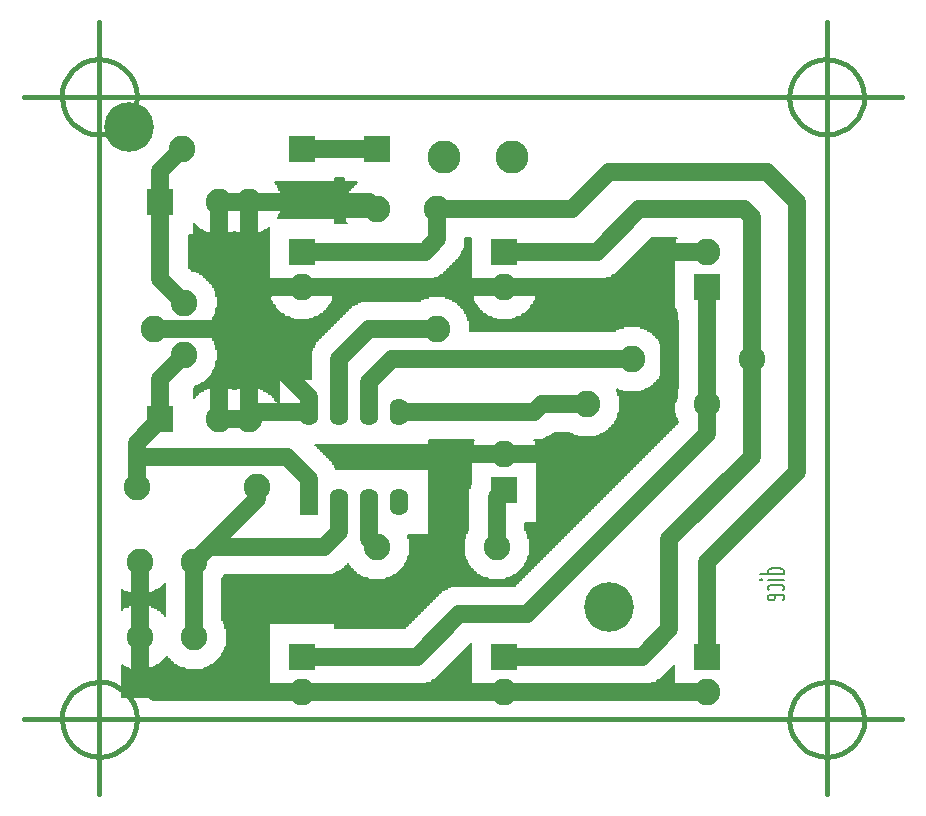
<source format=gbl>
G04 (created by PCBNEW-RS274X (20100402 SVN-R2504)-final) date Sun 11 Apr 2010 05:01:00 PM CEST*
G01*
G70*
G90*
%MOIN*%
G04 Gerber Fmt 3.4, Leading zero omitted, Abs format*
%FSLAX34Y34*%
G04 APERTURE LIST*
%ADD10C,0.001000*%
%ADD11C,0.015000*%
%ADD12C,0.006600*%
%ADD13C,0.088600*%
%ADD14R,0.062000X0.090000*%
%ADD15O,0.062000X0.090000*%
%ADD16R,0.088600X0.088600*%
%ADD17C,0.110200*%
%ADD18C,0.165400*%
%ADD19C,0.059100*%
%ADD20C,0.005000*%
G04 APERTURE END LIST*
G54D10*
G54D11*
X80250Y-24500D02*
X80226Y-24742D01*
X80155Y-24976D01*
X80041Y-25191D01*
X79886Y-25380D01*
X79698Y-25536D01*
X79484Y-25652D01*
X79251Y-25724D01*
X79008Y-25749D01*
X78766Y-25727D01*
X78532Y-25658D01*
X78316Y-25545D01*
X78126Y-25393D01*
X77969Y-25206D01*
X77852Y-24992D01*
X77778Y-24759D01*
X77751Y-24517D01*
X77771Y-24275D01*
X77838Y-24040D01*
X77950Y-23823D01*
X78101Y-23632D01*
X78287Y-23474D01*
X78500Y-23355D01*
X78732Y-23280D01*
X78974Y-23251D01*
X79217Y-23269D01*
X79452Y-23335D01*
X79669Y-23445D01*
X79862Y-23595D01*
X80021Y-23780D01*
X80141Y-23992D01*
X80218Y-24224D01*
X80249Y-24466D01*
X80250Y-24500D01*
X76500Y-24500D02*
X81500Y-24500D01*
X79000Y-22000D02*
X79000Y-27000D01*
X56000Y-24500D02*
X55976Y-24742D01*
X55905Y-24976D01*
X55791Y-25191D01*
X55636Y-25380D01*
X55448Y-25536D01*
X55234Y-25652D01*
X55001Y-25724D01*
X54758Y-25749D01*
X54516Y-25727D01*
X54282Y-25658D01*
X54066Y-25545D01*
X53876Y-25393D01*
X53719Y-25206D01*
X53602Y-24992D01*
X53528Y-24759D01*
X53501Y-24517D01*
X53521Y-24275D01*
X53588Y-24040D01*
X53700Y-23823D01*
X53851Y-23632D01*
X54037Y-23474D01*
X54250Y-23355D01*
X54482Y-23280D01*
X54724Y-23251D01*
X54967Y-23269D01*
X55202Y-23335D01*
X55419Y-23445D01*
X55612Y-23595D01*
X55771Y-23780D01*
X55891Y-23992D01*
X55968Y-24224D01*
X55999Y-24466D01*
X56000Y-24500D01*
X52250Y-24500D02*
X57250Y-24500D01*
X54750Y-22000D02*
X54750Y-27000D01*
X56000Y-45250D02*
X55976Y-45492D01*
X55905Y-45726D01*
X55791Y-45941D01*
X55636Y-46130D01*
X55448Y-46286D01*
X55234Y-46402D01*
X55001Y-46474D01*
X54758Y-46499D01*
X54516Y-46477D01*
X54282Y-46408D01*
X54066Y-46295D01*
X53876Y-46143D01*
X53719Y-45956D01*
X53602Y-45742D01*
X53528Y-45509D01*
X53501Y-45267D01*
X53521Y-45025D01*
X53588Y-44790D01*
X53700Y-44573D01*
X53851Y-44382D01*
X54037Y-44224D01*
X54250Y-44105D01*
X54482Y-44030D01*
X54724Y-44001D01*
X54967Y-44019D01*
X55202Y-44085D01*
X55419Y-44195D01*
X55612Y-44345D01*
X55771Y-44530D01*
X55891Y-44742D01*
X55968Y-44974D01*
X55999Y-45216D01*
X56000Y-45250D01*
X52250Y-45250D02*
X57250Y-45250D01*
X54750Y-42750D02*
X54750Y-47750D01*
X80250Y-45250D02*
X80226Y-45492D01*
X80155Y-45726D01*
X80041Y-45941D01*
X79886Y-46130D01*
X79698Y-46286D01*
X79484Y-46402D01*
X79251Y-46474D01*
X79008Y-46499D01*
X78766Y-46477D01*
X78532Y-46408D01*
X78316Y-46295D01*
X78126Y-46143D01*
X77969Y-45956D01*
X77852Y-45742D01*
X77778Y-45509D01*
X77751Y-45267D01*
X77771Y-45025D01*
X77838Y-44790D01*
X77950Y-44573D01*
X78101Y-44382D01*
X78287Y-44224D01*
X78500Y-44105D01*
X78732Y-44030D01*
X78974Y-44001D01*
X79217Y-44019D01*
X79452Y-44085D01*
X79669Y-44195D01*
X79862Y-44345D01*
X80021Y-44530D01*
X80141Y-44742D01*
X80218Y-44974D01*
X80249Y-45216D01*
X80250Y-45250D01*
X76500Y-45250D02*
X81500Y-45250D01*
X79000Y-42750D02*
X79000Y-47750D01*
X79000Y-24500D02*
X54750Y-24500D01*
X79000Y-45250D02*
X54750Y-45250D01*
X79000Y-29500D02*
X79000Y-45250D01*
X79000Y-29500D02*
X79000Y-24500D01*
X54750Y-44750D02*
X54750Y-45250D01*
X54750Y-24500D02*
X54750Y-25750D01*
G54D12*
X77568Y-40403D02*
X76781Y-40403D01*
X77531Y-40403D02*
X77568Y-40365D01*
X77568Y-40290D01*
X77531Y-40253D01*
X77493Y-40234D01*
X77418Y-40215D01*
X77193Y-40215D01*
X77118Y-40234D01*
X77081Y-40253D01*
X77043Y-40290D01*
X77043Y-40365D01*
X77081Y-40403D01*
X77568Y-40590D02*
X77043Y-40590D01*
X76781Y-40590D02*
X76819Y-40571D01*
X76856Y-40590D01*
X76819Y-40609D01*
X76781Y-40590D01*
X76856Y-40590D01*
X77531Y-40947D02*
X77568Y-40909D01*
X77568Y-40834D01*
X77531Y-40797D01*
X77493Y-40778D01*
X77418Y-40759D01*
X77193Y-40759D01*
X77118Y-40778D01*
X77081Y-40797D01*
X77043Y-40834D01*
X77043Y-40909D01*
X77081Y-40947D01*
X77531Y-41266D02*
X77568Y-41228D01*
X77568Y-41153D01*
X77531Y-41116D01*
X77456Y-41097D01*
X77156Y-41097D01*
X77081Y-41116D01*
X77043Y-41153D01*
X77043Y-41228D01*
X77081Y-41266D01*
X77156Y-41285D01*
X77231Y-41285D01*
X77306Y-41097D01*
G54D11*
X54750Y-25750D02*
X54750Y-44750D01*
G54D13*
X56575Y-32250D03*
X57579Y-33116D03*
X57579Y-31364D03*
G54D14*
X61750Y-38000D03*
G54D15*
X62750Y-38000D03*
X63750Y-38000D03*
X64750Y-38000D03*
X64750Y-35000D03*
X63750Y-35000D03*
X62750Y-35000D03*
X61750Y-35000D03*
G54D16*
X64000Y-26250D03*
G54D13*
X64000Y-28250D03*
G54D16*
X56774Y-28000D03*
G54D13*
X59726Y-28000D03*
X58742Y-28000D03*
G54D16*
X56774Y-35250D03*
G54D13*
X59726Y-35250D03*
X58742Y-35250D03*
G54D16*
X61500Y-26250D03*
G54D13*
X57500Y-26250D03*
G54D16*
X68250Y-43159D03*
G54D13*
X68250Y-44341D03*
G54D16*
X68250Y-29659D03*
G54D13*
X68250Y-30841D03*
G54D16*
X68250Y-37591D03*
G54D13*
X68250Y-36409D03*
G54D16*
X75000Y-30841D03*
G54D13*
X75000Y-29659D03*
G54D16*
X61500Y-29659D03*
G54D13*
X61500Y-30841D03*
G54D16*
X75000Y-43159D03*
G54D13*
X75000Y-44341D03*
G54D16*
X61500Y-43159D03*
G54D13*
X61500Y-44341D03*
X56094Y-39990D03*
X57906Y-39990D03*
X57906Y-42510D03*
X56094Y-42510D03*
X76500Y-33250D03*
X72500Y-33250D03*
X75000Y-34750D03*
X71000Y-34750D03*
X66000Y-28250D03*
X66000Y-32250D03*
X68000Y-39500D03*
X64000Y-39500D03*
X60000Y-37500D03*
X56000Y-37500D03*
G54D17*
X66250Y-26500D03*
X68500Y-26500D03*
G54D18*
X71750Y-41500D03*
X55750Y-25500D03*
X60250Y-32500D03*
G54D19*
X64000Y-26250D02*
X61500Y-26250D01*
X62750Y-33250D02*
X63750Y-32250D01*
X62750Y-35000D02*
X62750Y-33250D01*
X63750Y-32250D02*
X66000Y-32250D01*
X61500Y-29659D02*
X65591Y-29659D01*
X66000Y-29250D02*
X66000Y-28250D01*
X65591Y-29659D02*
X66000Y-29250D01*
X66000Y-28250D02*
X70500Y-28250D01*
X71750Y-27000D02*
X75500Y-27000D01*
X70500Y-28250D02*
X71750Y-27000D01*
X75500Y-27000D02*
X77000Y-27000D01*
X75000Y-40000D02*
X75000Y-43159D01*
X78000Y-37000D02*
X75000Y-40000D01*
X78000Y-28000D02*
X78000Y-37000D01*
X77000Y-27000D02*
X78000Y-28000D01*
X63750Y-38000D02*
X63750Y-39250D01*
X63750Y-39250D02*
X64000Y-39500D01*
X71000Y-34750D02*
X69500Y-34750D01*
X69250Y-35000D02*
X64750Y-35000D01*
X69250Y-35000D02*
X69500Y-34750D01*
X68250Y-29659D02*
X71341Y-29659D01*
X76250Y-28250D02*
X76500Y-28500D01*
X71341Y-29659D02*
X72750Y-28250D01*
X72750Y-28250D02*
X76250Y-28250D01*
X76500Y-28500D02*
X76500Y-33250D01*
X68250Y-43159D02*
X72841Y-43159D01*
X76500Y-36500D02*
X76500Y-33250D01*
X73750Y-39250D02*
X76500Y-36500D01*
X73750Y-42250D02*
X73750Y-39250D01*
X72841Y-43159D02*
X73750Y-42250D01*
X57906Y-42510D02*
X57906Y-39990D01*
X57906Y-39990D02*
X58500Y-39396D01*
X58500Y-39396D02*
X60000Y-37896D01*
X60000Y-37896D02*
X60000Y-37500D01*
X62750Y-38000D02*
X62750Y-39000D01*
X58500Y-39500D02*
X58500Y-39396D01*
X62250Y-39500D02*
X58500Y-39500D01*
X62750Y-39000D02*
X62250Y-39500D01*
X56774Y-30559D02*
X57579Y-31364D01*
X56774Y-28000D02*
X56774Y-26976D01*
X56774Y-26976D02*
X57500Y-26250D01*
X56774Y-28000D02*
X56774Y-30559D01*
X64500Y-33250D02*
X69500Y-33250D01*
X63750Y-34000D02*
X63750Y-35000D01*
X72500Y-33250D02*
X69500Y-33250D01*
X63750Y-34000D02*
X64500Y-33250D01*
X65341Y-43159D02*
X66750Y-41750D01*
X75000Y-34750D02*
X75000Y-30841D01*
X61500Y-43159D02*
X65341Y-43159D01*
X75000Y-35750D02*
X75000Y-34750D01*
X69000Y-41750D02*
X75000Y-35750D01*
X66750Y-41750D02*
X69000Y-41750D01*
X68000Y-37841D02*
X68250Y-37591D01*
X68000Y-39500D02*
X68000Y-37841D01*
X56000Y-36500D02*
X56000Y-36024D01*
X56000Y-37500D02*
X56000Y-36500D01*
X56000Y-36024D02*
X56774Y-35250D01*
X56774Y-35250D02*
X56774Y-33921D01*
X61750Y-38000D02*
X61750Y-37250D01*
X61000Y-36500D02*
X56000Y-36500D01*
X61750Y-37250D02*
X61000Y-36500D01*
X56774Y-33921D02*
X57579Y-33116D01*
X73841Y-29659D02*
X75000Y-29659D01*
X72750Y-30750D02*
X73841Y-29659D01*
X72659Y-30841D02*
X72750Y-30750D01*
X68250Y-30841D02*
X72659Y-30841D01*
X58742Y-28000D02*
X59726Y-28000D01*
X59726Y-28000D02*
X63750Y-28000D01*
X63750Y-28000D02*
X64000Y-28250D01*
X61500Y-30841D02*
X59841Y-30841D01*
X58742Y-29742D02*
X58742Y-28000D01*
X59841Y-30841D02*
X58742Y-29742D01*
X61500Y-44341D02*
X68250Y-44341D01*
X56575Y-32250D02*
X59500Y-32250D01*
X60409Y-30841D02*
X61500Y-30841D01*
X60000Y-31250D02*
X60409Y-30841D01*
X59500Y-32250D02*
X60000Y-31750D01*
X61750Y-35000D02*
X61750Y-34500D01*
X61750Y-34500D02*
X59500Y-32250D01*
X58742Y-35250D02*
X59726Y-35250D01*
X61750Y-35000D02*
X59976Y-35000D01*
X59976Y-35000D02*
X59726Y-35250D01*
X68250Y-44341D02*
X75000Y-44341D01*
X61500Y-30841D02*
X68250Y-30841D01*
X60000Y-31750D02*
X60000Y-31250D01*
X68250Y-36409D02*
X66591Y-36409D01*
X64750Y-41000D02*
X62000Y-41000D01*
X66000Y-39750D02*
X64750Y-41000D01*
X66000Y-37000D02*
X66000Y-39750D01*
X66591Y-36409D02*
X66000Y-37000D01*
X68250Y-36409D02*
X71841Y-36409D01*
X73750Y-31750D02*
X72750Y-30750D01*
X73750Y-34500D02*
X73750Y-31750D01*
X71841Y-36409D02*
X73750Y-34500D01*
X61500Y-44341D02*
X59750Y-44341D01*
X59750Y-44341D02*
X56591Y-44341D01*
X56591Y-44341D02*
X56094Y-43844D01*
X56094Y-43844D02*
X56094Y-42510D01*
X62000Y-41000D02*
X60750Y-41000D01*
X59750Y-44250D02*
X59750Y-44341D01*
X59750Y-42000D02*
X59750Y-44250D01*
X60750Y-41000D02*
X59750Y-42000D01*
X56094Y-39990D02*
X56094Y-42510D01*
X58742Y-35250D02*
X59851Y-35250D01*
X58742Y-35250D02*
X58742Y-34141D01*
X59726Y-35250D02*
X59726Y-34141D01*
X58742Y-28000D02*
X59851Y-28000D01*
X58742Y-28000D02*
X58742Y-29109D01*
X59726Y-28000D02*
X60835Y-28000D01*
X59726Y-28000D02*
X59726Y-29109D01*
X64000Y-28250D02*
X62891Y-28250D01*
X56094Y-42510D02*
X56094Y-41401D01*
X56094Y-42510D02*
X56094Y-43619D01*
X56094Y-39990D02*
X56094Y-41099D01*
G54D20*
X74050Y-35300D02*
X74050Y-35350D01*
X74050Y-31950D02*
X74050Y-34200D01*
X74000Y-35200D02*
X74000Y-35400D01*
X74000Y-31950D02*
X74000Y-34300D01*
X73950Y-35050D02*
X73950Y-35450D01*
X73950Y-31950D02*
X73950Y-34450D01*
X73950Y-29200D02*
X73950Y-29350D01*
X73900Y-43450D02*
X73900Y-44500D01*
X73900Y-29200D02*
X73900Y-35500D01*
X73850Y-43500D02*
X73850Y-44500D01*
X73850Y-29200D02*
X73850Y-35550D01*
X73800Y-43550D02*
X73800Y-44500D01*
X73800Y-29200D02*
X73800Y-35600D01*
X73750Y-43600D02*
X73750Y-44500D01*
X73750Y-29200D02*
X73750Y-35650D01*
X73700Y-43650D02*
X73700Y-44500D01*
X73700Y-29200D02*
X73700Y-35700D01*
X73650Y-43700D02*
X73650Y-44500D01*
X73650Y-29200D02*
X73650Y-35750D01*
X73600Y-43750D02*
X73600Y-44500D01*
X73600Y-29200D02*
X73600Y-35800D01*
X73550Y-43800D02*
X73550Y-44500D01*
X73550Y-33550D02*
X73550Y-35850D01*
X73550Y-29200D02*
X73550Y-32950D01*
X73500Y-43850D02*
X73500Y-44500D01*
X73500Y-33700D02*
X73500Y-35900D01*
X73500Y-29200D02*
X73500Y-32800D01*
X73450Y-43900D02*
X73450Y-44500D01*
X73450Y-33800D02*
X73450Y-35950D01*
X73450Y-29200D02*
X73450Y-32700D01*
X73400Y-43950D02*
X73400Y-44500D01*
X73400Y-33900D02*
X73400Y-36000D01*
X73400Y-29200D02*
X73400Y-32600D01*
X73350Y-43950D02*
X73350Y-44500D01*
X73350Y-33950D02*
X73350Y-36050D01*
X73350Y-29200D02*
X73350Y-32550D01*
X73300Y-44000D02*
X73300Y-44500D01*
X73300Y-34000D02*
X73300Y-36100D01*
X73300Y-29200D02*
X73300Y-32500D01*
X73250Y-44050D02*
X73250Y-44500D01*
X73250Y-34050D02*
X73250Y-36150D01*
X73250Y-29200D02*
X73250Y-32450D01*
X73200Y-44050D02*
X73200Y-44500D01*
X73200Y-34100D02*
X73200Y-36200D01*
X73200Y-29200D02*
X73200Y-32400D01*
X73150Y-44050D02*
X73150Y-44500D01*
X73150Y-34150D02*
X73150Y-36250D01*
X73150Y-29200D02*
X73150Y-32350D01*
X73100Y-44100D02*
X73100Y-44500D01*
X73100Y-34200D02*
X73100Y-36300D01*
X73100Y-29250D02*
X73100Y-32300D01*
X73050Y-44100D02*
X73050Y-44500D01*
X73050Y-34200D02*
X73050Y-36350D01*
X73050Y-29300D02*
X73050Y-32300D01*
X73000Y-44100D02*
X73000Y-44500D01*
X73000Y-34250D02*
X73000Y-36400D01*
X73000Y-29350D02*
X73000Y-32250D01*
X72950Y-44100D02*
X72950Y-44500D01*
X72950Y-34250D02*
X72950Y-36450D01*
X72950Y-29400D02*
X72950Y-32250D01*
X72900Y-44100D02*
X72900Y-44500D01*
X72900Y-34300D02*
X72900Y-36500D01*
X72900Y-29450D02*
X72900Y-32200D01*
X72850Y-44100D02*
X72850Y-44500D01*
X72850Y-34300D02*
X72850Y-36550D01*
X72850Y-29500D02*
X72850Y-32200D01*
X72800Y-44100D02*
X72800Y-44500D01*
X72800Y-34300D02*
X72800Y-36600D01*
X72800Y-29550D02*
X72800Y-32200D01*
X72750Y-44100D02*
X72750Y-44500D01*
X72750Y-34350D02*
X72750Y-36650D01*
X72750Y-29600D02*
X72750Y-32150D01*
X72700Y-44100D02*
X72700Y-44500D01*
X72700Y-34350D02*
X72700Y-36700D01*
X72700Y-29650D02*
X72700Y-32150D01*
X72650Y-44100D02*
X72650Y-44500D01*
X72650Y-34350D02*
X72650Y-36750D01*
X72650Y-29700D02*
X72650Y-32150D01*
X72600Y-44100D02*
X72600Y-44500D01*
X72600Y-34350D02*
X72600Y-36800D01*
X72600Y-29750D02*
X72600Y-32150D01*
X72550Y-44100D02*
X72550Y-44500D01*
X72550Y-34350D02*
X72550Y-36850D01*
X72550Y-29800D02*
X72550Y-32150D01*
X72500Y-44100D02*
X72500Y-44500D01*
X72500Y-34350D02*
X72500Y-36900D01*
X72500Y-29850D02*
X72500Y-32150D01*
X72450Y-44100D02*
X72450Y-44500D01*
X72450Y-34350D02*
X72450Y-36950D01*
X72450Y-29900D02*
X72450Y-32150D01*
X72400Y-44100D02*
X72400Y-44500D01*
X72400Y-34350D02*
X72400Y-37000D01*
X72400Y-29950D02*
X72400Y-32150D01*
X72350Y-44100D02*
X72350Y-44500D01*
X72350Y-34350D02*
X72350Y-37050D01*
X72350Y-30000D02*
X72350Y-32150D01*
X72300Y-44100D02*
X72300Y-44500D01*
X72300Y-34350D02*
X72300Y-37100D01*
X72300Y-30050D02*
X72300Y-32150D01*
X72250Y-44100D02*
X72250Y-44500D01*
X72250Y-34350D02*
X72250Y-37150D01*
X72250Y-30100D02*
X72250Y-32150D01*
X72200Y-44100D02*
X72200Y-44500D01*
X72200Y-34300D02*
X72200Y-37200D01*
X72200Y-30150D02*
X72200Y-32200D01*
X72150Y-44100D02*
X72150Y-44500D01*
X72150Y-34300D02*
X72150Y-37250D01*
X72150Y-30200D02*
X72150Y-32200D01*
X72100Y-44100D02*
X72100Y-44500D01*
X72100Y-34300D02*
X72100Y-37300D01*
X72100Y-30250D02*
X72100Y-32200D01*
X72050Y-44100D02*
X72050Y-44500D01*
X72050Y-35050D02*
X72050Y-37350D01*
X72050Y-34250D02*
X72050Y-34450D01*
X72050Y-30300D02*
X72050Y-32250D01*
X72000Y-44100D02*
X72000Y-44500D01*
X72000Y-35200D02*
X72000Y-37400D01*
X72000Y-34250D02*
X72000Y-34300D01*
X72000Y-30350D02*
X72000Y-32250D01*
X71950Y-44100D02*
X71950Y-44500D01*
X71950Y-35300D02*
X71950Y-37450D01*
X71950Y-30400D02*
X71950Y-32300D01*
X71900Y-44100D02*
X71900Y-44500D01*
X71900Y-35400D02*
X71900Y-37500D01*
X71900Y-30450D02*
X71900Y-32300D01*
X71850Y-44100D02*
X71850Y-44500D01*
X71850Y-35450D02*
X71850Y-37550D01*
X71850Y-30450D02*
X71850Y-32300D01*
X71800Y-44100D02*
X71800Y-44500D01*
X71800Y-35500D02*
X71800Y-37600D01*
X71800Y-30500D02*
X71800Y-32300D01*
X71750Y-44100D02*
X71750Y-44500D01*
X71750Y-35550D02*
X71750Y-37650D01*
X71750Y-30550D02*
X71750Y-32300D01*
X71700Y-44100D02*
X71700Y-44500D01*
X71700Y-35600D02*
X71700Y-37700D01*
X71700Y-30550D02*
X71700Y-32300D01*
X71650Y-44100D02*
X71650Y-44500D01*
X71650Y-35650D02*
X71650Y-37750D01*
X71650Y-30550D02*
X71650Y-32300D01*
X71600Y-44100D02*
X71600Y-44500D01*
X71600Y-35700D02*
X71600Y-37800D01*
X71600Y-30600D02*
X71600Y-32300D01*
X71550Y-44100D02*
X71550Y-44500D01*
X71550Y-35700D02*
X71550Y-37850D01*
X71550Y-30600D02*
X71550Y-32300D01*
X71500Y-44100D02*
X71500Y-44500D01*
X71500Y-35750D02*
X71500Y-37900D01*
X71500Y-30600D02*
X71500Y-32300D01*
X71450Y-44100D02*
X71450Y-44500D01*
X71450Y-35750D02*
X71450Y-37950D01*
X71450Y-30600D02*
X71450Y-32300D01*
X71400Y-44100D02*
X71400Y-44500D01*
X71400Y-35800D02*
X71400Y-38000D01*
X71400Y-30600D02*
X71400Y-32300D01*
X71350Y-44100D02*
X71350Y-44500D01*
X71350Y-35800D02*
X71350Y-38050D01*
X71350Y-30600D02*
X71350Y-32300D01*
X71300Y-44100D02*
X71300Y-44500D01*
X71300Y-35800D02*
X71300Y-38100D01*
X71300Y-30600D02*
X71300Y-32300D01*
X71250Y-44100D02*
X71250Y-44500D01*
X71250Y-35850D02*
X71250Y-38150D01*
X71250Y-30600D02*
X71250Y-32300D01*
X71200Y-44100D02*
X71200Y-44500D01*
X71200Y-35850D02*
X71200Y-38200D01*
X71200Y-30600D02*
X71200Y-32300D01*
X71150Y-44100D02*
X71150Y-44500D01*
X71150Y-35850D02*
X71150Y-38250D01*
X71150Y-30600D02*
X71150Y-32300D01*
X71100Y-44100D02*
X71100Y-44500D01*
X71100Y-35850D02*
X71100Y-38300D01*
X71100Y-30600D02*
X71100Y-32300D01*
X71050Y-44100D02*
X71050Y-44500D01*
X71050Y-35850D02*
X71050Y-38350D01*
X71050Y-30600D02*
X71050Y-32300D01*
X71000Y-44100D02*
X71000Y-44500D01*
X71000Y-35850D02*
X71000Y-38400D01*
X71000Y-30600D02*
X71000Y-32300D01*
X70950Y-44100D02*
X70950Y-44500D01*
X70950Y-35850D02*
X70950Y-38450D01*
X70950Y-30600D02*
X70950Y-32300D01*
X70900Y-44100D02*
X70900Y-44500D01*
X70900Y-35850D02*
X70900Y-38500D01*
X70900Y-30600D02*
X70900Y-32300D01*
X70850Y-44100D02*
X70850Y-44500D01*
X70850Y-35850D02*
X70850Y-38550D01*
X70850Y-30600D02*
X70850Y-32300D01*
X70800Y-44100D02*
X70800Y-44500D01*
X70800Y-35850D02*
X70800Y-38600D01*
X70800Y-30600D02*
X70800Y-32300D01*
X70750Y-44100D02*
X70750Y-44500D01*
X70750Y-35850D02*
X70750Y-38650D01*
X70750Y-30600D02*
X70750Y-32300D01*
X70700Y-44100D02*
X70700Y-44500D01*
X70700Y-35800D02*
X70700Y-38700D01*
X70700Y-30600D02*
X70700Y-32300D01*
X70650Y-44100D02*
X70650Y-44500D01*
X70650Y-35800D02*
X70650Y-38750D01*
X70650Y-30600D02*
X70650Y-32300D01*
X70600Y-44100D02*
X70600Y-44500D01*
X70600Y-35800D02*
X70600Y-38800D01*
X70600Y-30600D02*
X70600Y-32300D01*
X70550Y-44100D02*
X70550Y-44500D01*
X70550Y-35750D02*
X70550Y-38850D01*
X70550Y-30600D02*
X70550Y-32300D01*
X70500Y-44100D02*
X70500Y-44500D01*
X70500Y-35750D02*
X70500Y-38900D01*
X70500Y-30600D02*
X70500Y-32300D01*
X70450Y-44100D02*
X70450Y-44500D01*
X70450Y-35700D02*
X70450Y-38950D01*
X70450Y-30600D02*
X70450Y-32300D01*
X70400Y-44100D02*
X70400Y-44500D01*
X70400Y-35700D02*
X70400Y-39000D01*
X70400Y-30600D02*
X70400Y-32300D01*
X70350Y-44100D02*
X70350Y-44500D01*
X70350Y-35700D02*
X70350Y-39050D01*
X70350Y-30600D02*
X70350Y-32300D01*
X70300Y-44100D02*
X70300Y-44500D01*
X70300Y-35700D02*
X70300Y-39100D01*
X70300Y-30600D02*
X70300Y-32300D01*
X70250Y-44100D02*
X70250Y-44500D01*
X70250Y-35700D02*
X70250Y-39150D01*
X70250Y-30600D02*
X70250Y-32300D01*
X70200Y-44100D02*
X70200Y-44500D01*
X70200Y-35700D02*
X70200Y-39200D01*
X70200Y-30600D02*
X70200Y-32300D01*
X70150Y-44100D02*
X70150Y-44500D01*
X70150Y-35700D02*
X70150Y-39250D01*
X70150Y-30600D02*
X70150Y-32300D01*
X70100Y-44100D02*
X70100Y-44500D01*
X70100Y-35700D02*
X70100Y-39300D01*
X70100Y-30600D02*
X70100Y-32300D01*
X70050Y-44100D02*
X70050Y-44500D01*
X70050Y-35700D02*
X70050Y-39350D01*
X70050Y-30600D02*
X70050Y-32300D01*
X70000Y-44100D02*
X70000Y-44500D01*
X70000Y-35700D02*
X70000Y-39400D01*
X70000Y-30600D02*
X70000Y-32300D01*
X69950Y-44100D02*
X69950Y-44500D01*
X69950Y-35700D02*
X69950Y-39450D01*
X69950Y-30600D02*
X69950Y-32300D01*
X69900Y-44100D02*
X69900Y-44500D01*
X69900Y-35700D02*
X69900Y-39500D01*
X69900Y-30600D02*
X69900Y-32300D01*
X69850Y-44100D02*
X69850Y-44500D01*
X69850Y-35750D02*
X69850Y-39550D01*
X69850Y-30600D02*
X69850Y-32300D01*
X69800Y-44100D02*
X69800Y-44500D01*
X69800Y-35800D02*
X69800Y-39600D01*
X69800Y-30600D02*
X69800Y-32300D01*
X69750Y-44100D02*
X69750Y-44500D01*
X69750Y-35800D02*
X69750Y-39650D01*
X69750Y-30600D02*
X69750Y-32300D01*
X69700Y-44100D02*
X69700Y-44500D01*
X69700Y-35850D02*
X69700Y-39700D01*
X69700Y-30600D02*
X69700Y-32300D01*
X69650Y-44100D02*
X69650Y-44500D01*
X69650Y-35850D02*
X69650Y-39750D01*
X69650Y-30600D02*
X69650Y-32300D01*
X69600Y-44100D02*
X69600Y-44500D01*
X69600Y-35900D02*
X69600Y-39800D01*
X69600Y-30600D02*
X69600Y-32300D01*
X69550Y-44100D02*
X69550Y-44500D01*
X69550Y-35900D02*
X69550Y-39850D01*
X69550Y-30600D02*
X69550Y-32300D01*
X69500Y-44100D02*
X69500Y-44500D01*
X69500Y-35950D02*
X69500Y-39900D01*
X69500Y-30600D02*
X69500Y-32300D01*
X69450Y-44100D02*
X69450Y-44500D01*
X69450Y-35950D02*
X69450Y-39950D01*
X69450Y-30600D02*
X69450Y-32300D01*
X69400Y-44100D02*
X69400Y-44500D01*
X69400Y-35950D02*
X69400Y-40000D01*
X69400Y-30600D02*
X69400Y-32300D01*
X69350Y-44100D02*
X69350Y-44500D01*
X69350Y-35950D02*
X69350Y-40050D01*
X69350Y-30600D02*
X69350Y-32300D01*
X69300Y-38700D02*
X69300Y-40100D01*
X69300Y-35950D02*
X69300Y-36100D01*
X69300Y-31150D02*
X69300Y-32300D01*
X69250Y-38700D02*
X69250Y-40150D01*
X69250Y-31300D02*
X69250Y-32300D01*
X69200Y-38700D02*
X69200Y-40200D01*
X69200Y-31400D02*
X69200Y-32300D01*
X69150Y-38700D02*
X69150Y-40250D01*
X69150Y-31450D02*
X69150Y-32300D01*
X69100Y-38700D02*
X69100Y-40300D01*
X69100Y-31550D02*
X69100Y-32300D01*
X69050Y-39800D02*
X69050Y-40350D01*
X69050Y-38700D02*
X69050Y-39200D01*
X69050Y-31600D02*
X69050Y-32300D01*
X69000Y-39950D02*
X69000Y-40400D01*
X69000Y-38700D02*
X69000Y-39050D01*
X69000Y-31650D02*
X69000Y-32300D01*
X68950Y-40050D02*
X68950Y-40450D01*
X68950Y-38700D02*
X68950Y-38950D01*
X68950Y-31700D02*
X68950Y-32300D01*
X68900Y-40150D02*
X68900Y-40500D01*
X68900Y-31750D02*
X68900Y-32300D01*
X68850Y-40200D02*
X68850Y-40550D01*
X68850Y-31750D02*
X68850Y-32300D01*
X68800Y-40250D02*
X68800Y-40600D01*
X68800Y-31800D02*
X68800Y-32300D01*
X68750Y-40300D02*
X68750Y-40650D01*
X68750Y-31850D02*
X68750Y-32300D01*
X68700Y-40350D02*
X68700Y-40700D01*
X68700Y-31850D02*
X68700Y-32300D01*
X68650Y-40400D02*
X68650Y-40750D01*
X68650Y-31850D02*
X68650Y-32300D01*
X68600Y-40450D02*
X68600Y-40800D01*
X68600Y-31900D02*
X68600Y-32300D01*
X68550Y-40450D02*
X68550Y-40800D01*
X68550Y-31900D02*
X68550Y-32300D01*
X68500Y-40500D02*
X68500Y-40800D01*
X68500Y-31900D02*
X68500Y-32300D01*
X68450Y-40500D02*
X68450Y-40800D01*
X68450Y-31950D02*
X68450Y-32300D01*
X68400Y-40550D02*
X68400Y-40800D01*
X68400Y-31950D02*
X68400Y-32300D01*
X68350Y-40550D02*
X68350Y-40800D01*
X68350Y-31950D02*
X68350Y-32300D01*
X68300Y-40550D02*
X68300Y-40800D01*
X68300Y-31950D02*
X68300Y-32300D01*
X68250Y-40600D02*
X68250Y-40800D01*
X68250Y-31950D02*
X68250Y-32300D01*
X68200Y-40600D02*
X68200Y-40800D01*
X68200Y-31950D02*
X68200Y-32300D01*
X68150Y-40600D02*
X68150Y-40800D01*
X68150Y-31950D02*
X68150Y-32300D01*
X68100Y-40600D02*
X68100Y-40800D01*
X68100Y-31950D02*
X68100Y-32300D01*
X68050Y-40600D02*
X68050Y-40800D01*
X68050Y-31950D02*
X68050Y-32300D01*
X68000Y-40600D02*
X68000Y-40800D01*
X68000Y-31900D02*
X68000Y-32300D01*
X67950Y-40600D02*
X67950Y-40800D01*
X67950Y-31900D02*
X67950Y-32300D01*
X67900Y-40600D02*
X67900Y-40800D01*
X67900Y-31900D02*
X67900Y-32300D01*
X67850Y-40600D02*
X67850Y-40800D01*
X67850Y-31850D02*
X67850Y-32300D01*
X67800Y-40600D02*
X67800Y-40800D01*
X67800Y-31850D02*
X67800Y-32300D01*
X67750Y-40600D02*
X67750Y-40800D01*
X67750Y-31850D02*
X67750Y-32300D01*
X67700Y-40550D02*
X67700Y-40800D01*
X67700Y-31800D02*
X67700Y-32300D01*
X67650Y-40550D02*
X67650Y-40800D01*
X67650Y-31750D02*
X67650Y-32300D01*
X67600Y-40550D02*
X67600Y-40800D01*
X67600Y-31750D02*
X67600Y-32300D01*
X67550Y-40500D02*
X67550Y-40800D01*
X67550Y-31700D02*
X67550Y-32300D01*
X67500Y-40500D02*
X67500Y-40800D01*
X67500Y-31650D02*
X67500Y-32300D01*
X67450Y-40450D02*
X67450Y-40800D01*
X67450Y-31600D02*
X67450Y-32300D01*
X67400Y-40450D02*
X67400Y-40800D01*
X67400Y-31550D02*
X67400Y-32300D01*
X67350Y-40400D02*
X67350Y-40800D01*
X67350Y-31450D02*
X67350Y-32300D01*
X67300Y-40350D02*
X67300Y-40800D01*
X67300Y-31400D02*
X67300Y-32300D01*
X67250Y-40300D02*
X67250Y-40800D01*
X67250Y-31300D02*
X67250Y-32300D01*
X67200Y-40250D02*
X67200Y-40800D01*
X67200Y-35950D02*
X67200Y-36100D01*
X67200Y-31150D02*
X67200Y-32300D01*
X67150Y-42700D02*
X67150Y-44500D01*
X67150Y-40200D02*
X67150Y-40800D01*
X67150Y-35950D02*
X67150Y-37400D01*
X67150Y-29200D02*
X67150Y-32300D01*
X67100Y-42750D02*
X67100Y-44500D01*
X67100Y-40150D02*
X67100Y-40800D01*
X67100Y-35950D02*
X67100Y-37550D01*
X67100Y-29200D02*
X67100Y-32300D01*
X67050Y-42800D02*
X67050Y-44500D01*
X67050Y-40050D02*
X67050Y-40800D01*
X67050Y-35950D02*
X67050Y-38950D01*
X67050Y-29200D02*
X67050Y-31950D01*
X67000Y-42850D02*
X67000Y-44500D01*
X67000Y-39950D02*
X67000Y-40800D01*
X67000Y-35950D02*
X67000Y-39050D01*
X67000Y-29200D02*
X67000Y-31800D01*
X66950Y-42900D02*
X66950Y-44500D01*
X66950Y-39800D02*
X66950Y-40800D01*
X66950Y-35950D02*
X66950Y-39200D01*
X66950Y-29200D02*
X66950Y-31700D01*
X66900Y-42950D02*
X66900Y-44500D01*
X66900Y-35950D02*
X66900Y-40800D01*
X66900Y-29550D02*
X66900Y-31600D01*
X66850Y-43000D02*
X66850Y-44500D01*
X66850Y-35950D02*
X66850Y-40800D01*
X66850Y-29650D02*
X66850Y-31550D01*
X66800Y-43050D02*
X66800Y-44500D01*
X66800Y-35950D02*
X66800Y-40800D01*
X66800Y-29750D02*
X66800Y-31500D01*
X66750Y-43100D02*
X66750Y-44500D01*
X66750Y-35950D02*
X66750Y-40800D01*
X66750Y-29850D02*
X66750Y-31450D01*
X66700Y-43150D02*
X66700Y-44500D01*
X66700Y-35950D02*
X66700Y-40800D01*
X66700Y-29900D02*
X66700Y-31400D01*
X66650Y-43200D02*
X66650Y-44500D01*
X66650Y-35950D02*
X66650Y-40800D01*
X66650Y-29950D02*
X66650Y-31350D01*
X66600Y-43250D02*
X66600Y-44500D01*
X66600Y-35950D02*
X66600Y-40800D01*
X66600Y-30000D02*
X66600Y-31300D01*
X66550Y-43300D02*
X66550Y-44500D01*
X66550Y-35950D02*
X66550Y-40800D01*
X66550Y-30050D02*
X66550Y-31300D01*
X66500Y-43350D02*
X66500Y-44500D01*
X66500Y-35950D02*
X66500Y-40800D01*
X66500Y-30100D02*
X66500Y-31250D01*
X66450Y-43400D02*
X66450Y-44500D01*
X66450Y-35950D02*
X66450Y-40850D01*
X66450Y-30150D02*
X66450Y-31250D01*
X66400Y-43450D02*
X66400Y-44500D01*
X66400Y-35950D02*
X66400Y-40850D01*
X66400Y-30200D02*
X66400Y-31200D01*
X66350Y-43500D02*
X66350Y-44500D01*
X66350Y-35950D02*
X66350Y-40900D01*
X66350Y-30250D02*
X66350Y-31200D01*
X66300Y-43550D02*
X66300Y-44500D01*
X66300Y-35950D02*
X66300Y-40900D01*
X66300Y-30300D02*
X66300Y-31200D01*
X66250Y-43600D02*
X66250Y-44500D01*
X66250Y-35950D02*
X66250Y-40950D01*
X66250Y-30350D02*
X66250Y-31150D01*
X66200Y-43650D02*
X66200Y-44500D01*
X66200Y-35950D02*
X66200Y-40950D01*
X66200Y-30400D02*
X66200Y-31150D01*
X66150Y-43700D02*
X66150Y-44500D01*
X66150Y-35950D02*
X66150Y-41000D01*
X66150Y-30450D02*
X66150Y-31150D01*
X66100Y-43750D02*
X66100Y-44500D01*
X66100Y-35950D02*
X66100Y-41050D01*
X66100Y-30450D02*
X66100Y-31150D01*
X66050Y-43800D02*
X66050Y-44500D01*
X66050Y-35950D02*
X66050Y-41100D01*
X66050Y-30500D02*
X66050Y-31150D01*
X66000Y-43850D02*
X66000Y-44500D01*
X66000Y-35950D02*
X66000Y-41150D01*
X66000Y-30550D02*
X66000Y-31150D01*
X65950Y-43900D02*
X65950Y-44500D01*
X65950Y-35950D02*
X65950Y-41200D01*
X65950Y-30550D02*
X65950Y-31150D01*
X65900Y-43950D02*
X65900Y-44500D01*
X65900Y-35950D02*
X65900Y-41250D01*
X65900Y-30550D02*
X65900Y-31150D01*
X65850Y-43950D02*
X65850Y-44500D01*
X65850Y-35950D02*
X65850Y-41300D01*
X65850Y-30600D02*
X65850Y-31150D01*
X65800Y-44000D02*
X65800Y-44500D01*
X65800Y-35950D02*
X65800Y-41350D01*
X65800Y-30600D02*
X65800Y-31150D01*
X65750Y-44050D02*
X65750Y-44500D01*
X65750Y-35950D02*
X65750Y-41400D01*
X65750Y-30600D02*
X65750Y-31150D01*
X65700Y-44050D02*
X65700Y-44500D01*
X65700Y-39100D02*
X65700Y-41450D01*
X65700Y-36100D02*
X65700Y-36900D01*
X65700Y-30600D02*
X65700Y-31200D01*
X65650Y-44050D02*
X65650Y-44500D01*
X65650Y-39100D02*
X65650Y-41500D01*
X65650Y-36100D02*
X65650Y-36900D01*
X65650Y-30600D02*
X65650Y-31200D01*
X65600Y-44100D02*
X65600Y-44500D01*
X65600Y-39100D02*
X65600Y-41550D01*
X65600Y-36100D02*
X65600Y-36900D01*
X65600Y-30600D02*
X65600Y-31200D01*
X65550Y-44100D02*
X65550Y-44500D01*
X65550Y-39100D02*
X65550Y-41600D01*
X65550Y-36100D02*
X65550Y-36900D01*
X65550Y-30600D02*
X65550Y-31250D01*
X65500Y-44100D02*
X65500Y-44500D01*
X65500Y-39100D02*
X65500Y-41650D01*
X65500Y-36100D02*
X65500Y-36900D01*
X65500Y-30600D02*
X65500Y-31250D01*
X65450Y-44100D02*
X65450Y-44500D01*
X65450Y-39100D02*
X65450Y-41700D01*
X65450Y-36100D02*
X65450Y-36900D01*
X65450Y-30600D02*
X65450Y-31300D01*
X65400Y-44100D02*
X65400Y-44500D01*
X65400Y-39100D02*
X65400Y-41750D01*
X65400Y-36100D02*
X65400Y-36900D01*
X65400Y-30600D02*
X65400Y-31300D01*
X65350Y-44100D02*
X65350Y-44500D01*
X65350Y-39100D02*
X65350Y-41800D01*
X65350Y-36100D02*
X65350Y-36900D01*
X65350Y-30600D02*
X65350Y-31300D01*
X65300Y-44100D02*
X65300Y-44500D01*
X65300Y-39100D02*
X65300Y-41850D01*
X65300Y-36100D02*
X65300Y-36900D01*
X65300Y-30600D02*
X65300Y-31300D01*
X65250Y-44100D02*
X65250Y-44500D01*
X65250Y-39100D02*
X65250Y-41900D01*
X65250Y-36100D02*
X65250Y-36900D01*
X65250Y-30600D02*
X65250Y-31300D01*
X65200Y-44100D02*
X65200Y-44500D01*
X65200Y-39100D02*
X65200Y-41950D01*
X65200Y-36100D02*
X65200Y-36900D01*
X65200Y-30600D02*
X65200Y-31300D01*
X65150Y-44100D02*
X65150Y-44500D01*
X65150Y-39100D02*
X65150Y-42000D01*
X65150Y-36100D02*
X65150Y-36900D01*
X65150Y-30600D02*
X65150Y-31300D01*
X65100Y-44100D02*
X65100Y-44500D01*
X65100Y-39100D02*
X65100Y-42050D01*
X65100Y-36100D02*
X65100Y-36900D01*
X65100Y-30600D02*
X65100Y-31300D01*
X65050Y-44100D02*
X65050Y-44500D01*
X65050Y-39800D02*
X65050Y-42100D01*
X65050Y-39100D02*
X65050Y-39200D01*
X65050Y-36100D02*
X65050Y-36900D01*
X65050Y-30600D02*
X65050Y-31300D01*
X65000Y-44100D02*
X65000Y-44500D01*
X65000Y-39950D02*
X65000Y-42150D01*
X65000Y-36100D02*
X65000Y-36900D01*
X65000Y-30600D02*
X65000Y-31300D01*
X64950Y-44100D02*
X64950Y-44500D01*
X64950Y-40050D02*
X64950Y-42200D01*
X64950Y-36100D02*
X64950Y-36900D01*
X64950Y-30600D02*
X64950Y-31300D01*
X64900Y-44100D02*
X64900Y-44500D01*
X64900Y-40150D02*
X64900Y-42200D01*
X64900Y-36100D02*
X64900Y-36900D01*
X64900Y-30600D02*
X64900Y-31300D01*
X64850Y-44100D02*
X64850Y-44500D01*
X64850Y-40200D02*
X64850Y-42200D01*
X64850Y-36100D02*
X64850Y-36900D01*
X64850Y-30600D02*
X64850Y-31300D01*
X64800Y-44100D02*
X64800Y-44500D01*
X64800Y-40250D02*
X64800Y-42200D01*
X64800Y-36100D02*
X64800Y-36900D01*
X64800Y-30600D02*
X64800Y-31300D01*
X64750Y-44100D02*
X64750Y-44500D01*
X64750Y-40300D02*
X64750Y-42200D01*
X64750Y-36100D02*
X64750Y-36900D01*
X64750Y-30600D02*
X64750Y-31300D01*
X64700Y-44100D02*
X64700Y-44500D01*
X64700Y-40350D02*
X64700Y-42200D01*
X64700Y-36100D02*
X64700Y-36900D01*
X64700Y-30600D02*
X64700Y-31300D01*
X64650Y-44100D02*
X64650Y-44500D01*
X64650Y-40400D02*
X64650Y-42200D01*
X64650Y-36100D02*
X64650Y-36900D01*
X64650Y-30600D02*
X64650Y-31300D01*
X64600Y-44100D02*
X64600Y-44500D01*
X64600Y-40450D02*
X64600Y-42200D01*
X64600Y-36100D02*
X64600Y-36900D01*
X64600Y-30600D02*
X64600Y-31300D01*
X64550Y-44100D02*
X64550Y-44500D01*
X64550Y-40450D02*
X64550Y-42200D01*
X64550Y-36100D02*
X64550Y-36900D01*
X64550Y-30600D02*
X64550Y-31300D01*
X64500Y-44100D02*
X64500Y-44500D01*
X64500Y-40500D02*
X64500Y-42200D01*
X64500Y-36100D02*
X64500Y-36900D01*
X64500Y-30600D02*
X64500Y-31300D01*
X64450Y-44100D02*
X64450Y-44500D01*
X64450Y-40500D02*
X64450Y-42200D01*
X64450Y-36100D02*
X64450Y-36900D01*
X64450Y-30600D02*
X64450Y-31300D01*
X64400Y-44100D02*
X64400Y-44500D01*
X64400Y-40550D02*
X64400Y-42200D01*
X64400Y-36100D02*
X64400Y-36900D01*
X64400Y-30600D02*
X64400Y-31300D01*
X64350Y-44100D02*
X64350Y-44500D01*
X64350Y-40550D02*
X64350Y-42200D01*
X64350Y-36100D02*
X64350Y-36900D01*
X64350Y-30600D02*
X64350Y-31300D01*
X64300Y-44100D02*
X64300Y-44500D01*
X64300Y-40550D02*
X64300Y-42200D01*
X64300Y-36100D02*
X64300Y-36900D01*
X64300Y-30600D02*
X64300Y-31300D01*
X64250Y-44100D02*
X64250Y-44500D01*
X64250Y-40600D02*
X64250Y-42200D01*
X64250Y-36100D02*
X64250Y-36900D01*
X64250Y-30600D02*
X64250Y-31300D01*
X64200Y-44100D02*
X64200Y-44500D01*
X64200Y-40600D02*
X64200Y-42200D01*
X64200Y-36100D02*
X64200Y-36900D01*
X64200Y-30600D02*
X64200Y-31300D01*
X64150Y-44100D02*
X64150Y-44500D01*
X64150Y-40600D02*
X64150Y-42200D01*
X64150Y-36100D02*
X64150Y-36900D01*
X64150Y-30600D02*
X64150Y-31300D01*
X64100Y-44100D02*
X64100Y-44500D01*
X64100Y-40600D02*
X64100Y-42200D01*
X64100Y-36100D02*
X64100Y-36900D01*
X64100Y-30600D02*
X64100Y-31300D01*
X64050Y-44100D02*
X64050Y-44500D01*
X64050Y-40600D02*
X64050Y-42200D01*
X64050Y-36100D02*
X64050Y-36900D01*
X64050Y-30600D02*
X64050Y-31300D01*
X64000Y-44100D02*
X64000Y-44500D01*
X64000Y-40600D02*
X64000Y-42200D01*
X64000Y-36100D02*
X64000Y-36900D01*
X64000Y-30600D02*
X64000Y-31300D01*
X63950Y-44100D02*
X63950Y-44500D01*
X63950Y-40600D02*
X63950Y-42200D01*
X63950Y-36100D02*
X63950Y-36900D01*
X63950Y-30600D02*
X63950Y-31300D01*
X63900Y-44100D02*
X63900Y-44500D01*
X63900Y-40600D02*
X63900Y-42200D01*
X63900Y-36100D02*
X63900Y-36900D01*
X63900Y-30600D02*
X63900Y-31300D01*
X63850Y-44100D02*
X63850Y-44500D01*
X63850Y-40600D02*
X63850Y-42200D01*
X63850Y-36100D02*
X63850Y-36900D01*
X63850Y-30600D02*
X63850Y-31300D01*
X63800Y-44100D02*
X63800Y-44500D01*
X63800Y-40600D02*
X63800Y-42200D01*
X63800Y-36100D02*
X63800Y-36900D01*
X63800Y-30600D02*
X63800Y-31300D01*
X63750Y-44100D02*
X63750Y-44500D01*
X63750Y-40600D02*
X63750Y-42200D01*
X63750Y-36100D02*
X63750Y-36900D01*
X63750Y-30600D02*
X63750Y-31300D01*
X63700Y-44100D02*
X63700Y-44500D01*
X63700Y-40550D02*
X63700Y-42200D01*
X63700Y-36100D02*
X63700Y-36900D01*
X63700Y-30600D02*
X63700Y-31300D01*
X63650Y-44100D02*
X63650Y-44500D01*
X63650Y-40550D02*
X63650Y-42200D01*
X63650Y-36100D02*
X63650Y-36900D01*
X63650Y-30600D02*
X63650Y-31300D01*
X63600Y-44100D02*
X63600Y-44500D01*
X63600Y-40550D02*
X63600Y-42200D01*
X63600Y-36100D02*
X63600Y-36900D01*
X63600Y-30600D02*
X63600Y-31300D01*
X63550Y-44100D02*
X63550Y-44500D01*
X63550Y-40500D02*
X63550Y-42200D01*
X63550Y-36100D02*
X63550Y-36900D01*
X63550Y-30600D02*
X63550Y-31300D01*
X63500Y-44100D02*
X63500Y-44500D01*
X63500Y-40500D02*
X63500Y-42200D01*
X63500Y-36100D02*
X63500Y-36900D01*
X63500Y-30600D02*
X63500Y-31300D01*
X63450Y-44100D02*
X63450Y-44500D01*
X63450Y-40450D02*
X63450Y-42200D01*
X63450Y-36100D02*
X63450Y-36900D01*
X63450Y-30600D02*
X63450Y-31350D01*
X63400Y-44100D02*
X63400Y-44500D01*
X63400Y-40450D02*
X63400Y-42200D01*
X63400Y-36100D02*
X63400Y-36900D01*
X63400Y-30600D02*
X63400Y-31350D01*
X63350Y-44100D02*
X63350Y-44500D01*
X63350Y-40400D02*
X63350Y-42200D01*
X63350Y-36100D02*
X63350Y-36900D01*
X63350Y-30600D02*
X63350Y-31400D01*
X63300Y-44100D02*
X63300Y-44500D01*
X63300Y-40350D02*
X63300Y-42200D01*
X63300Y-36100D02*
X63300Y-36900D01*
X63300Y-30600D02*
X63300Y-31400D01*
X63300Y-27350D02*
X63300Y-27400D01*
X63250Y-44100D02*
X63250Y-44500D01*
X63250Y-40300D02*
X63250Y-42200D01*
X63250Y-36100D02*
X63250Y-36900D01*
X63250Y-30600D02*
X63250Y-31450D01*
X63250Y-27350D02*
X63250Y-27450D01*
X63200Y-44100D02*
X63200Y-44500D01*
X63200Y-40250D02*
X63200Y-42200D01*
X63200Y-36100D02*
X63200Y-36900D01*
X63200Y-30600D02*
X63200Y-31450D01*
X63200Y-27350D02*
X63200Y-27500D01*
X63150Y-44100D02*
X63150Y-44500D01*
X63150Y-40200D02*
X63150Y-42200D01*
X63150Y-36100D02*
X63150Y-36900D01*
X63150Y-30600D02*
X63150Y-31500D01*
X63150Y-27350D02*
X63150Y-27550D01*
X63100Y-44100D02*
X63100Y-44500D01*
X63100Y-40150D02*
X63100Y-42200D01*
X63100Y-36100D02*
X63100Y-36900D01*
X63100Y-30600D02*
X63100Y-31550D01*
X63100Y-27350D02*
X63100Y-27600D01*
X63050Y-44100D02*
X63050Y-44500D01*
X63050Y-40050D02*
X63050Y-42200D01*
X63050Y-36100D02*
X63050Y-36900D01*
X63050Y-30600D02*
X63050Y-31600D01*
X63050Y-27350D02*
X63050Y-27700D01*
X63000Y-44100D02*
X63000Y-44500D01*
X63000Y-40100D02*
X63000Y-42200D01*
X63000Y-36100D02*
X63000Y-36900D01*
X63000Y-30600D02*
X63000Y-31650D01*
X63000Y-27350D02*
X63000Y-27800D01*
X62950Y-44100D02*
X62950Y-44500D01*
X62950Y-40150D02*
X62950Y-42200D01*
X62950Y-36100D02*
X62950Y-36900D01*
X62950Y-30600D02*
X62950Y-31700D01*
X62950Y-28550D02*
X62950Y-28700D01*
X62950Y-27350D02*
X62950Y-27950D01*
X62900Y-44100D02*
X62900Y-44500D01*
X62900Y-40200D02*
X62900Y-42200D01*
X62900Y-36100D02*
X62900Y-36900D01*
X62900Y-30600D02*
X62900Y-31750D01*
X62900Y-27200D02*
X62900Y-28700D01*
X62850Y-44100D02*
X62850Y-44500D01*
X62850Y-40250D02*
X62850Y-42200D01*
X62850Y-36100D02*
X62850Y-36900D01*
X62850Y-30600D02*
X62850Y-31800D01*
X62850Y-27200D02*
X62850Y-28700D01*
X62800Y-44100D02*
X62800Y-44500D01*
X62800Y-40300D02*
X62800Y-42200D01*
X62800Y-36100D02*
X62800Y-36900D01*
X62800Y-30600D02*
X62800Y-31850D01*
X62800Y-27200D02*
X62800Y-28700D01*
X62750Y-44100D02*
X62750Y-44500D01*
X62750Y-40300D02*
X62750Y-42200D01*
X62750Y-36100D02*
X62750Y-36900D01*
X62750Y-30600D02*
X62750Y-31900D01*
X62750Y-27200D02*
X62750Y-28700D01*
X62700Y-44100D02*
X62700Y-44500D01*
X62700Y-40350D02*
X62700Y-42200D01*
X62700Y-36100D02*
X62700Y-36900D01*
X62700Y-30600D02*
X62700Y-31950D01*
X62700Y-27200D02*
X62700Y-28700D01*
X62650Y-44100D02*
X62650Y-44500D01*
X62650Y-40350D02*
X62650Y-42200D01*
X62650Y-36100D02*
X62650Y-36900D01*
X62650Y-30600D02*
X62650Y-32000D01*
X62650Y-27200D02*
X62650Y-28700D01*
X62600Y-44100D02*
X62600Y-44500D01*
X62600Y-40400D02*
X62600Y-42200D01*
X62600Y-36100D02*
X62600Y-36850D01*
X62600Y-30600D02*
X62600Y-32050D01*
X62600Y-27200D02*
X62600Y-28700D01*
X62550Y-40400D02*
X62550Y-42050D01*
X62550Y-36100D02*
X62550Y-36750D01*
X62550Y-31150D02*
X62550Y-32100D01*
X62550Y-27350D02*
X62550Y-28550D01*
X62500Y-40450D02*
X62500Y-42050D01*
X62500Y-36100D02*
X62500Y-36650D01*
X62500Y-31300D02*
X62500Y-32150D01*
X62500Y-27350D02*
X62500Y-28550D01*
X62450Y-40450D02*
X62450Y-42050D01*
X62450Y-36100D02*
X62450Y-36600D01*
X62450Y-31400D02*
X62450Y-32200D01*
X62450Y-27350D02*
X62450Y-28550D01*
X62400Y-40450D02*
X62400Y-42050D01*
X62400Y-36100D02*
X62400Y-36550D01*
X62400Y-31450D02*
X62400Y-32250D01*
X62400Y-27350D02*
X62400Y-28550D01*
X62350Y-40450D02*
X62350Y-42050D01*
X62350Y-36100D02*
X62350Y-36500D01*
X62350Y-31550D02*
X62350Y-32300D01*
X62350Y-27350D02*
X62350Y-28550D01*
X62300Y-40450D02*
X62300Y-42050D01*
X62300Y-36100D02*
X62300Y-36450D01*
X62300Y-31600D02*
X62300Y-32350D01*
X62300Y-27350D02*
X62300Y-28550D01*
X62250Y-40450D02*
X62250Y-42050D01*
X62250Y-36100D02*
X62250Y-36400D01*
X62250Y-31650D02*
X62250Y-32400D01*
X62250Y-27350D02*
X62250Y-28550D01*
X62200Y-40450D02*
X62200Y-42050D01*
X62200Y-36100D02*
X62200Y-36350D01*
X62200Y-31700D02*
X62200Y-32450D01*
X62200Y-27350D02*
X62200Y-28550D01*
X62150Y-40450D02*
X62150Y-42050D01*
X62150Y-36100D02*
X62150Y-36300D01*
X62150Y-31750D02*
X62150Y-32500D01*
X62150Y-27350D02*
X62150Y-28550D01*
X62100Y-40450D02*
X62100Y-42050D01*
X62100Y-36100D02*
X62100Y-36250D01*
X62100Y-31750D02*
X62100Y-32550D01*
X62100Y-27350D02*
X62100Y-28550D01*
X62050Y-40450D02*
X62050Y-42050D01*
X62050Y-36100D02*
X62050Y-36200D01*
X62050Y-31800D02*
X62050Y-32600D01*
X62050Y-27350D02*
X62050Y-28550D01*
X62000Y-40450D02*
X62000Y-42050D01*
X62000Y-36100D02*
X62000Y-36150D01*
X62000Y-31850D02*
X62000Y-32650D01*
X62000Y-27350D02*
X62000Y-28550D01*
X61950Y-40450D02*
X61950Y-42050D01*
X61950Y-31850D02*
X61950Y-32750D01*
X61950Y-27350D02*
X61950Y-28550D01*
X61900Y-40450D02*
X61900Y-42050D01*
X61900Y-31850D02*
X61900Y-32850D01*
X61900Y-27350D02*
X61900Y-28550D01*
X61850Y-40450D02*
X61850Y-42050D01*
X61850Y-31900D02*
X61850Y-32950D01*
X61850Y-27350D02*
X61850Y-28550D01*
X61800Y-40450D02*
X61800Y-42050D01*
X61800Y-31900D02*
X61800Y-33900D01*
X61800Y-27350D02*
X61800Y-28550D01*
X61750Y-40450D02*
X61750Y-42050D01*
X61750Y-31900D02*
X61750Y-33900D01*
X61750Y-27350D02*
X61750Y-28550D01*
X61700Y-40450D02*
X61700Y-42050D01*
X61700Y-31950D02*
X61700Y-33900D01*
X61700Y-27350D02*
X61700Y-28550D01*
X61650Y-40450D02*
X61650Y-42050D01*
X61650Y-31950D02*
X61650Y-33900D01*
X61650Y-27350D02*
X61650Y-28550D01*
X61600Y-40450D02*
X61600Y-42050D01*
X61600Y-31950D02*
X61600Y-33900D01*
X61600Y-27350D02*
X61600Y-28550D01*
X61550Y-40450D02*
X61550Y-42050D01*
X61550Y-31950D02*
X61550Y-33900D01*
X61550Y-27350D02*
X61550Y-28550D01*
X61500Y-40450D02*
X61500Y-42050D01*
X61500Y-31950D02*
X61500Y-33900D01*
X61500Y-27350D02*
X61500Y-28550D01*
X61450Y-40450D02*
X61450Y-42050D01*
X61450Y-31950D02*
X61450Y-33900D01*
X61450Y-27350D02*
X61450Y-28550D01*
X61400Y-40450D02*
X61400Y-42050D01*
X61400Y-31950D02*
X61400Y-33900D01*
X61400Y-27350D02*
X61400Y-28550D01*
X61350Y-40450D02*
X61350Y-42050D01*
X61350Y-31950D02*
X61350Y-33900D01*
X61350Y-27350D02*
X61350Y-28550D01*
X61300Y-40450D02*
X61300Y-42050D01*
X61300Y-31950D02*
X61300Y-33900D01*
X61300Y-27350D02*
X61300Y-28550D01*
X61250Y-40450D02*
X61250Y-42050D01*
X61250Y-31900D02*
X61250Y-33900D01*
X61250Y-27350D02*
X61250Y-28550D01*
X61200Y-40450D02*
X61200Y-42050D01*
X61200Y-31900D02*
X61200Y-33900D01*
X61200Y-27350D02*
X61200Y-28550D01*
X61150Y-40450D02*
X61150Y-42050D01*
X61150Y-31900D02*
X61150Y-33900D01*
X61150Y-27350D02*
X61150Y-28550D01*
X61100Y-40450D02*
X61100Y-42050D01*
X61100Y-31850D02*
X61100Y-33900D01*
X61100Y-27350D02*
X61100Y-28550D01*
X61050Y-40450D02*
X61050Y-42050D01*
X61050Y-31850D02*
X61050Y-33900D01*
X61050Y-27350D02*
X61050Y-28550D01*
X61000Y-40450D02*
X61000Y-42050D01*
X61000Y-31850D02*
X61000Y-33900D01*
X61000Y-27350D02*
X61000Y-28550D01*
X60950Y-40450D02*
X60950Y-42050D01*
X60950Y-31800D02*
X60950Y-33900D01*
X60950Y-27350D02*
X60950Y-28550D01*
X60900Y-40450D02*
X60900Y-42050D01*
X60900Y-31750D02*
X60900Y-33900D01*
X60900Y-27350D02*
X60900Y-28550D01*
X60850Y-40450D02*
X60850Y-42050D01*
X60850Y-31750D02*
X60850Y-33900D01*
X60850Y-27350D02*
X60850Y-28550D01*
X60800Y-40450D02*
X60800Y-42050D01*
X60800Y-31700D02*
X60800Y-33900D01*
X60800Y-28150D02*
X60800Y-28550D01*
X60800Y-27350D02*
X60800Y-27850D01*
X60750Y-40450D02*
X60750Y-42050D01*
X60750Y-31650D02*
X60750Y-34850D01*
X60750Y-28400D02*
X60750Y-28550D01*
X60750Y-27350D02*
X60750Y-27600D01*
X60700Y-40450D02*
X60700Y-42050D01*
X60700Y-31600D02*
X60700Y-34750D01*
X60700Y-28500D02*
X60700Y-28550D01*
X60700Y-27350D02*
X60700Y-27500D01*
X60650Y-40450D02*
X60650Y-42050D01*
X60650Y-31550D02*
X60650Y-34650D01*
X60650Y-27350D02*
X60650Y-27400D01*
X60600Y-40450D02*
X60600Y-42050D01*
X60600Y-31450D02*
X60600Y-34600D01*
X60550Y-40450D02*
X60550Y-42050D01*
X60550Y-31400D02*
X60550Y-34500D01*
X60500Y-40450D02*
X60500Y-42050D01*
X60500Y-31300D02*
X60500Y-34450D01*
X60450Y-40450D02*
X60450Y-42050D01*
X60450Y-31150D02*
X60450Y-34400D01*
X60400Y-40450D02*
X60400Y-44500D01*
X60400Y-28850D02*
X60400Y-34400D01*
X60350Y-40450D02*
X60350Y-44500D01*
X60350Y-28900D02*
X60350Y-34350D01*
X60300Y-40450D02*
X60300Y-44500D01*
X60300Y-28950D02*
X60300Y-34300D01*
X60250Y-40450D02*
X60250Y-44500D01*
X60250Y-28950D02*
X60250Y-34300D01*
X60200Y-40450D02*
X60200Y-44500D01*
X60200Y-29000D02*
X60200Y-34250D01*
X60150Y-40450D02*
X60150Y-44500D01*
X60150Y-29000D02*
X60150Y-34250D01*
X60100Y-40450D02*
X60100Y-44500D01*
X60100Y-29050D02*
X60100Y-34200D01*
X60050Y-40450D02*
X60050Y-44500D01*
X60050Y-29050D02*
X60050Y-34200D01*
X60000Y-40450D02*
X60000Y-44500D01*
X60000Y-29050D02*
X60000Y-34200D01*
X59950Y-40450D02*
X59950Y-44500D01*
X59950Y-29100D02*
X59950Y-34150D01*
X59900Y-40450D02*
X59900Y-44500D01*
X59900Y-29100D02*
X59900Y-34150D01*
X59850Y-40450D02*
X59850Y-44500D01*
X59850Y-29100D02*
X59850Y-34150D01*
X59800Y-40450D02*
X59800Y-44500D01*
X59800Y-29100D02*
X59800Y-34150D01*
X59750Y-40450D02*
X59750Y-44500D01*
X59750Y-29100D02*
X59750Y-34150D01*
X59700Y-40450D02*
X59700Y-44500D01*
X59700Y-29100D02*
X59700Y-34150D01*
X59650Y-40450D02*
X59650Y-44500D01*
X59650Y-29100D02*
X59650Y-34150D01*
X59600Y-40450D02*
X59600Y-44500D01*
X59600Y-29100D02*
X59600Y-34150D01*
X59550Y-40450D02*
X59550Y-44500D01*
X59550Y-29100D02*
X59550Y-34150D01*
X59500Y-40450D02*
X59500Y-44500D01*
X59500Y-29100D02*
X59500Y-34150D01*
X59450Y-40450D02*
X59450Y-44500D01*
X59450Y-29050D02*
X59450Y-34200D01*
X59400Y-40450D02*
X59400Y-44500D01*
X59400Y-29050D02*
X59400Y-34200D01*
X59350Y-40450D02*
X59350Y-44500D01*
X59350Y-29050D02*
X59350Y-34200D01*
X59300Y-40450D02*
X59300Y-44500D01*
X59300Y-29000D02*
X59300Y-34250D01*
X59250Y-40450D02*
X59250Y-44500D01*
X59250Y-29000D02*
X59250Y-34250D01*
X59200Y-40450D02*
X59200Y-44500D01*
X59200Y-29000D02*
X59200Y-34250D01*
X59150Y-40450D02*
X59150Y-44500D01*
X59150Y-29050D02*
X59150Y-34200D01*
X59100Y-40450D02*
X59100Y-44500D01*
X59100Y-29050D02*
X59100Y-34200D01*
X59050Y-40450D02*
X59050Y-44500D01*
X59050Y-29050D02*
X59050Y-34200D01*
X59000Y-40450D02*
X59000Y-44500D01*
X59000Y-29100D02*
X59000Y-34150D01*
X58950Y-42850D02*
X58950Y-44500D01*
X58950Y-40450D02*
X58950Y-42200D01*
X58950Y-29100D02*
X58950Y-34150D01*
X58900Y-42950D02*
X58900Y-44500D01*
X58900Y-40450D02*
X58900Y-42050D01*
X58900Y-29100D02*
X58900Y-34150D01*
X58850Y-43050D02*
X58850Y-44500D01*
X58850Y-40550D02*
X58850Y-41950D01*
X58850Y-29100D02*
X58850Y-34150D01*
X58800Y-43150D02*
X58800Y-44500D01*
X58800Y-29100D02*
X58800Y-34150D01*
X58750Y-43200D02*
X58750Y-44500D01*
X58750Y-29100D02*
X58750Y-34150D01*
X58700Y-43250D02*
X58700Y-44500D01*
X58700Y-29100D02*
X58700Y-34150D01*
X58650Y-43300D02*
X58650Y-44500D01*
X58650Y-33300D02*
X58650Y-34150D01*
X58650Y-31550D02*
X58650Y-32900D01*
X58650Y-29100D02*
X58650Y-31150D01*
X58600Y-43350D02*
X58600Y-44500D01*
X58600Y-33500D02*
X58600Y-34150D01*
X58600Y-31750D02*
X58600Y-32750D01*
X58600Y-29100D02*
X58600Y-30950D01*
X58550Y-43400D02*
X58550Y-44500D01*
X58550Y-33600D02*
X58550Y-34150D01*
X58550Y-31850D02*
X58550Y-32600D01*
X58550Y-29100D02*
X58550Y-30850D01*
X58500Y-43450D02*
X58500Y-44500D01*
X58500Y-33700D02*
X58500Y-34150D01*
X58500Y-31950D02*
X58500Y-32500D01*
X58500Y-29100D02*
X58500Y-30750D01*
X58450Y-43450D02*
X58450Y-44500D01*
X58450Y-33800D02*
X58450Y-34200D01*
X58450Y-32050D02*
X58450Y-32450D01*
X58450Y-29050D02*
X58450Y-30700D01*
X58400Y-43500D02*
X58400Y-44500D01*
X58400Y-33850D02*
X58400Y-34200D01*
X58400Y-32100D02*
X58400Y-32400D01*
X58400Y-29050D02*
X58400Y-30650D01*
X58350Y-43500D02*
X58350Y-44500D01*
X58350Y-33900D02*
X58350Y-34200D01*
X58350Y-32150D02*
X58350Y-32350D01*
X58350Y-29050D02*
X58350Y-30600D01*
X58300Y-43550D02*
X58300Y-44500D01*
X58300Y-33950D02*
X58300Y-34250D01*
X58300Y-32200D02*
X58300Y-32300D01*
X58300Y-29000D02*
X58300Y-30550D01*
X58250Y-43550D02*
X58250Y-44500D01*
X58250Y-34000D02*
X58250Y-34250D01*
X58250Y-29000D02*
X58250Y-30500D01*
X58200Y-43600D02*
X58200Y-44500D01*
X58200Y-34050D02*
X58200Y-34300D01*
X58200Y-28950D02*
X58200Y-30450D01*
X58150Y-43600D02*
X58150Y-44500D01*
X58150Y-34050D02*
X58150Y-34300D01*
X58150Y-28950D02*
X58150Y-30400D01*
X58100Y-43600D02*
X58100Y-44500D01*
X58100Y-34100D02*
X58100Y-34350D01*
X58100Y-28900D02*
X58100Y-30400D01*
X58050Y-43600D02*
X58050Y-44500D01*
X58050Y-34100D02*
X58050Y-34400D01*
X58050Y-28850D02*
X58050Y-30350D01*
X58000Y-43600D02*
X58000Y-44500D01*
X58000Y-34150D02*
X58000Y-34450D01*
X58000Y-28800D02*
X58000Y-30350D01*
X57950Y-43600D02*
X57950Y-44500D01*
X57950Y-34150D02*
X57950Y-34500D01*
X57950Y-28750D02*
X57950Y-30300D01*
X57900Y-43600D02*
X57900Y-44500D01*
X57900Y-34200D02*
X57900Y-34550D01*
X57900Y-28700D02*
X57900Y-30300D01*
X57850Y-43600D02*
X57850Y-44500D01*
X57850Y-29100D02*
X57850Y-30300D01*
X57800Y-43600D02*
X57800Y-44500D01*
X57800Y-29100D02*
X57800Y-30250D01*
X57750Y-43600D02*
X57750Y-44500D01*
X57750Y-29100D02*
X57750Y-30200D01*
X57700Y-43600D02*
X57700Y-44500D01*
X57650Y-43600D02*
X57650Y-44500D01*
X57600Y-43550D02*
X57600Y-44500D01*
X57550Y-43550D02*
X57550Y-44500D01*
X57500Y-43550D02*
X57500Y-44500D01*
X57450Y-43500D02*
X57450Y-44500D01*
X57400Y-43500D02*
X57400Y-44500D01*
X57350Y-43450D02*
X57350Y-44500D01*
X57300Y-43450D02*
X57300Y-44500D01*
X57250Y-43400D02*
X57250Y-44500D01*
X57200Y-43350D02*
X57200Y-44500D01*
X57150Y-43300D02*
X57150Y-44500D01*
X57100Y-43250D02*
X57100Y-44500D01*
X57050Y-43200D02*
X57050Y-44500D01*
X57000Y-43150D02*
X57000Y-44500D01*
X56950Y-43200D02*
X56950Y-44500D01*
X56950Y-40700D02*
X56950Y-41800D01*
X56900Y-43250D02*
X56900Y-44500D01*
X56900Y-40750D02*
X56900Y-41750D01*
X56850Y-43300D02*
X56850Y-44500D01*
X56850Y-40800D02*
X56850Y-41700D01*
X56800Y-43350D02*
X56800Y-44500D01*
X56800Y-40850D02*
X56800Y-41650D01*
X56750Y-43400D02*
X56750Y-44500D01*
X56750Y-40900D02*
X56750Y-41600D01*
X56700Y-43450D02*
X56700Y-44500D01*
X56700Y-40900D02*
X56700Y-41600D01*
X56650Y-43450D02*
X56650Y-44500D01*
X56650Y-40950D02*
X56650Y-41550D01*
X56600Y-43500D02*
X56600Y-44500D01*
X56600Y-40950D02*
X56600Y-41550D01*
X56550Y-43500D02*
X56550Y-44500D01*
X56550Y-41000D02*
X56550Y-41500D01*
X56500Y-43550D02*
X56500Y-44500D01*
X56500Y-41000D02*
X56500Y-41500D01*
X56450Y-43550D02*
X56450Y-44500D01*
X56450Y-41050D02*
X56450Y-41450D01*
X56400Y-43550D02*
X56400Y-44500D01*
X56400Y-41050D02*
X56400Y-41450D01*
X56350Y-43600D02*
X56350Y-44500D01*
X56350Y-41050D02*
X56350Y-41450D01*
X56300Y-43600D02*
X56300Y-44500D01*
X56300Y-41100D02*
X56300Y-41400D01*
X56250Y-43600D02*
X56250Y-44500D01*
X56250Y-41100D02*
X56250Y-41400D01*
X56200Y-43600D02*
X56200Y-44500D01*
X56200Y-41100D02*
X56200Y-41400D01*
X56150Y-43600D02*
X56150Y-44500D01*
X56150Y-41100D02*
X56150Y-41400D01*
X56100Y-43600D02*
X56100Y-44500D01*
X56100Y-41100D02*
X56100Y-41400D01*
X56050Y-43600D02*
X56050Y-44500D01*
X56050Y-41100D02*
X56050Y-41400D01*
X56000Y-43600D02*
X56000Y-44500D01*
X56000Y-41100D02*
X56000Y-41400D01*
X55950Y-43600D02*
X55950Y-44500D01*
X55950Y-41100D02*
X55950Y-41400D01*
X55900Y-43600D02*
X55900Y-44500D01*
X55900Y-41100D02*
X55900Y-41400D01*
X55850Y-43600D02*
X55850Y-44500D01*
X55850Y-41050D02*
X55850Y-41450D01*
X55800Y-43600D02*
X55800Y-44500D01*
X55800Y-41050D02*
X55800Y-41450D01*
X55750Y-43550D02*
X55750Y-44500D01*
X55750Y-41050D02*
X55750Y-41450D01*
X55700Y-43550D02*
X55700Y-44500D01*
X55700Y-41000D02*
X55700Y-41500D01*
X55650Y-43500D02*
X55650Y-44500D01*
X55650Y-41000D02*
X55650Y-41500D01*
X55600Y-43500D02*
X55600Y-44500D01*
X55600Y-41000D02*
X55600Y-41500D01*
X55550Y-43450D02*
X55550Y-44500D01*
X55550Y-40950D02*
X55550Y-41550D01*
X55500Y-43450D02*
X55500Y-44500D01*
X55500Y-40900D02*
X55500Y-41600D01*
X69350Y-44500D02*
X73900Y-44500D01*
X62600Y-44500D02*
X67150Y-44500D01*
X55500Y-44500D02*
X60400Y-44500D01*
X69350Y-44450D02*
X73900Y-44450D01*
X62600Y-44450D02*
X67150Y-44450D01*
X55500Y-44450D02*
X60400Y-44450D01*
X69350Y-44400D02*
X73900Y-44400D01*
X62600Y-44400D02*
X67150Y-44400D01*
X55500Y-44400D02*
X60400Y-44400D01*
X69350Y-44350D02*
X73900Y-44350D01*
X62600Y-44350D02*
X67150Y-44350D01*
X55500Y-44350D02*
X60400Y-44350D01*
X69350Y-44300D02*
X73900Y-44300D01*
X62600Y-44300D02*
X67150Y-44300D01*
X55500Y-44300D02*
X60400Y-44300D01*
X69350Y-44250D02*
X73900Y-44250D01*
X62600Y-44250D02*
X67150Y-44250D01*
X55500Y-44250D02*
X60400Y-44250D01*
X69350Y-44200D02*
X73900Y-44200D01*
X62600Y-44200D02*
X67150Y-44200D01*
X55500Y-44200D02*
X60400Y-44200D01*
X69350Y-44150D02*
X73900Y-44150D01*
X62600Y-44150D02*
X67150Y-44150D01*
X55500Y-44150D02*
X60400Y-44150D01*
X69350Y-44100D02*
X73900Y-44100D01*
X62600Y-44100D02*
X67150Y-44100D01*
X55500Y-44100D02*
X60400Y-44100D01*
X73150Y-44050D02*
X73900Y-44050D01*
X65650Y-44050D02*
X67150Y-44050D01*
X55500Y-44050D02*
X60400Y-44050D01*
X73300Y-44000D02*
X73900Y-44000D01*
X65800Y-44000D02*
X67150Y-44000D01*
X55500Y-44000D02*
X60400Y-44000D01*
X73350Y-43950D02*
X73900Y-43950D01*
X65850Y-43950D02*
X67150Y-43950D01*
X55500Y-43950D02*
X60400Y-43950D01*
X73450Y-43900D02*
X73900Y-43900D01*
X65950Y-43900D02*
X67150Y-43900D01*
X55500Y-43900D02*
X60400Y-43900D01*
X73500Y-43850D02*
X73900Y-43850D01*
X66000Y-43850D02*
X67150Y-43850D01*
X55500Y-43850D02*
X60400Y-43850D01*
X73550Y-43800D02*
X73900Y-43800D01*
X66050Y-43800D02*
X67150Y-43800D01*
X55500Y-43800D02*
X60400Y-43800D01*
X73600Y-43750D02*
X73900Y-43750D01*
X66100Y-43750D02*
X67150Y-43750D01*
X55500Y-43750D02*
X60400Y-43750D01*
X73650Y-43700D02*
X73900Y-43700D01*
X66150Y-43700D02*
X67150Y-43700D01*
X55500Y-43700D02*
X60400Y-43700D01*
X73700Y-43650D02*
X73900Y-43650D01*
X66200Y-43650D02*
X67150Y-43650D01*
X55500Y-43650D02*
X60400Y-43650D01*
X73750Y-43600D02*
X73900Y-43600D01*
X66250Y-43600D02*
X67150Y-43600D01*
X55500Y-43600D02*
X60400Y-43600D01*
X73800Y-43550D02*
X73900Y-43550D01*
X66300Y-43550D02*
X67150Y-43550D01*
X58250Y-43550D02*
X60400Y-43550D01*
X56400Y-43550D02*
X57600Y-43550D01*
X55500Y-43550D02*
X55750Y-43550D01*
X73850Y-43500D02*
X73900Y-43500D01*
X66350Y-43500D02*
X67150Y-43500D01*
X58350Y-43500D02*
X60400Y-43500D01*
X56550Y-43500D02*
X57450Y-43500D01*
X55500Y-43500D02*
X55650Y-43500D01*
X66400Y-43450D02*
X67150Y-43450D01*
X58450Y-43450D02*
X60400Y-43450D01*
X56650Y-43450D02*
X57350Y-43450D01*
X55500Y-43450D02*
X55550Y-43450D01*
X66450Y-43400D02*
X67150Y-43400D01*
X58550Y-43400D02*
X60400Y-43400D01*
X56750Y-43400D02*
X57250Y-43400D01*
X66500Y-43350D02*
X67150Y-43350D01*
X58600Y-43350D02*
X60400Y-43350D01*
X56800Y-43350D02*
X57200Y-43350D01*
X66550Y-43300D02*
X67150Y-43300D01*
X58650Y-43300D02*
X60400Y-43300D01*
X56850Y-43300D02*
X57150Y-43300D01*
X66600Y-43250D02*
X67150Y-43250D01*
X58700Y-43250D02*
X60400Y-43250D01*
X56900Y-43250D02*
X57100Y-43250D01*
X66650Y-43200D02*
X67150Y-43200D01*
X58750Y-43200D02*
X60400Y-43200D01*
X56950Y-43200D02*
X57050Y-43200D01*
X66700Y-43150D02*
X67150Y-43150D01*
X58800Y-43150D02*
X60400Y-43150D01*
X66750Y-43100D02*
X67150Y-43100D01*
X58850Y-43100D02*
X60400Y-43100D01*
X66800Y-43050D02*
X67150Y-43050D01*
X58850Y-43050D02*
X60400Y-43050D01*
X66850Y-43000D02*
X67150Y-43000D01*
X58900Y-43000D02*
X60400Y-43000D01*
X66900Y-42950D02*
X67150Y-42950D01*
X58900Y-42950D02*
X60400Y-42950D01*
X66950Y-42900D02*
X67150Y-42900D01*
X58950Y-42900D02*
X60400Y-42900D01*
X67000Y-42850D02*
X67150Y-42850D01*
X58950Y-42850D02*
X60400Y-42850D01*
X67050Y-42800D02*
X67150Y-42800D01*
X59000Y-42800D02*
X60400Y-42800D01*
X67100Y-42750D02*
X67150Y-42750D01*
X59000Y-42750D02*
X60400Y-42750D01*
X59000Y-42700D02*
X60400Y-42700D01*
X59000Y-42650D02*
X60400Y-42650D01*
X59000Y-42600D02*
X60400Y-42600D01*
X59000Y-42550D02*
X60400Y-42550D01*
X59000Y-42500D02*
X60400Y-42500D01*
X59000Y-42450D02*
X60400Y-42450D01*
X59000Y-42400D02*
X60400Y-42400D01*
X59000Y-42350D02*
X60400Y-42350D01*
X59000Y-42300D02*
X60400Y-42300D01*
X59000Y-42250D02*
X60400Y-42250D01*
X62600Y-42200D02*
X64950Y-42200D01*
X58950Y-42200D02*
X60400Y-42200D01*
X62600Y-42150D02*
X65000Y-42150D01*
X58950Y-42150D02*
X60400Y-42150D01*
X62600Y-42100D02*
X65050Y-42100D01*
X58950Y-42100D02*
X60400Y-42100D01*
X58900Y-42050D02*
X65100Y-42050D01*
X58900Y-42000D02*
X65150Y-42000D01*
X58850Y-41950D02*
X65200Y-41950D01*
X58850Y-41900D02*
X65250Y-41900D01*
X58850Y-41850D02*
X65300Y-41850D01*
X58850Y-41800D02*
X65350Y-41800D01*
X58850Y-41750D02*
X65400Y-41750D01*
X56900Y-41750D02*
X56950Y-41750D01*
X58850Y-41700D02*
X65450Y-41700D01*
X56850Y-41700D02*
X56950Y-41700D01*
X58850Y-41650D02*
X65500Y-41650D01*
X56800Y-41650D02*
X56950Y-41650D01*
X58850Y-41600D02*
X65550Y-41600D01*
X56700Y-41600D02*
X56950Y-41600D01*
X58850Y-41550D02*
X65600Y-41550D01*
X56600Y-41550D02*
X56950Y-41550D01*
X55500Y-41550D02*
X55550Y-41550D01*
X58850Y-41500D02*
X65650Y-41500D01*
X56500Y-41500D02*
X56950Y-41500D01*
X55500Y-41500D02*
X55700Y-41500D01*
X58850Y-41450D02*
X65700Y-41450D01*
X56350Y-41450D02*
X56950Y-41450D01*
X55500Y-41450D02*
X55850Y-41450D01*
X58850Y-41400D02*
X65750Y-41400D01*
X55500Y-41400D02*
X56950Y-41400D01*
X58850Y-41350D02*
X65800Y-41350D01*
X55500Y-41350D02*
X56950Y-41350D01*
X58850Y-41300D02*
X65850Y-41300D01*
X55500Y-41300D02*
X56950Y-41300D01*
X58850Y-41250D02*
X65900Y-41250D01*
X55500Y-41250D02*
X56950Y-41250D01*
X58850Y-41200D02*
X65950Y-41200D01*
X55500Y-41200D02*
X56950Y-41200D01*
X58850Y-41150D02*
X66000Y-41150D01*
X55500Y-41150D02*
X56950Y-41150D01*
X58850Y-41100D02*
X66050Y-41100D01*
X55500Y-41100D02*
X56950Y-41100D01*
X58850Y-41050D02*
X66100Y-41050D01*
X56350Y-41050D02*
X56950Y-41050D01*
X55500Y-41050D02*
X55850Y-41050D01*
X58850Y-41000D02*
X66150Y-41000D01*
X56500Y-41000D02*
X56950Y-41000D01*
X55500Y-41000D02*
X55700Y-41000D01*
X58850Y-40950D02*
X66250Y-40950D01*
X56600Y-40950D02*
X56950Y-40950D01*
X55500Y-40950D02*
X55550Y-40950D01*
X58850Y-40900D02*
X66350Y-40900D01*
X56700Y-40900D02*
X56950Y-40900D01*
X58850Y-40850D02*
X66450Y-40850D01*
X56800Y-40850D02*
X56950Y-40850D01*
X58850Y-40800D02*
X68600Y-40800D01*
X56850Y-40800D02*
X56950Y-40800D01*
X58850Y-40750D02*
X68650Y-40750D01*
X56900Y-40750D02*
X56950Y-40750D01*
X58850Y-40700D02*
X68700Y-40700D01*
X58850Y-40650D02*
X68750Y-40650D01*
X58850Y-40600D02*
X68800Y-40600D01*
X68300Y-40550D02*
X68850Y-40550D01*
X64300Y-40550D02*
X67700Y-40550D01*
X58850Y-40550D02*
X63700Y-40550D01*
X68450Y-40500D02*
X68900Y-40500D01*
X64450Y-40500D02*
X67550Y-40500D01*
X58900Y-40500D02*
X63550Y-40500D01*
X68550Y-40450D02*
X68950Y-40450D01*
X64550Y-40450D02*
X67450Y-40450D01*
X58900Y-40450D02*
X63450Y-40450D01*
X68650Y-40400D02*
X69000Y-40400D01*
X64650Y-40400D02*
X67350Y-40400D01*
X62550Y-40400D02*
X63350Y-40400D01*
X68700Y-40350D02*
X69050Y-40350D01*
X64700Y-40350D02*
X67300Y-40350D01*
X62650Y-40350D02*
X63300Y-40350D01*
X68750Y-40300D02*
X69100Y-40300D01*
X64750Y-40300D02*
X67250Y-40300D01*
X62750Y-40300D02*
X63250Y-40300D01*
X68800Y-40250D02*
X69150Y-40250D01*
X64800Y-40250D02*
X67200Y-40250D01*
X62850Y-40250D02*
X63200Y-40250D01*
X68850Y-40200D02*
X69200Y-40200D01*
X64850Y-40200D02*
X67150Y-40200D01*
X62900Y-40200D02*
X63150Y-40200D01*
X68900Y-40150D02*
X69250Y-40150D01*
X64900Y-40150D02*
X67100Y-40150D01*
X62950Y-40150D02*
X63100Y-40150D01*
X68950Y-40100D02*
X69300Y-40100D01*
X64950Y-40100D02*
X67050Y-40100D01*
X63000Y-40100D02*
X63050Y-40100D01*
X68950Y-40050D02*
X69350Y-40050D01*
X64950Y-40050D02*
X67050Y-40050D01*
X69000Y-40000D02*
X69400Y-40000D01*
X65000Y-40000D02*
X67000Y-40000D01*
X69000Y-39950D02*
X69450Y-39950D01*
X65000Y-39950D02*
X67000Y-39950D01*
X69050Y-39900D02*
X69500Y-39900D01*
X65050Y-39900D02*
X66950Y-39900D01*
X69050Y-39850D02*
X69550Y-39850D01*
X65050Y-39850D02*
X66950Y-39850D01*
X69050Y-39800D02*
X69600Y-39800D01*
X65050Y-39800D02*
X66950Y-39800D01*
X69100Y-39750D02*
X69650Y-39750D01*
X65100Y-39750D02*
X66900Y-39750D01*
X69100Y-39700D02*
X69700Y-39700D01*
X65100Y-39700D02*
X66900Y-39700D01*
X69100Y-39650D02*
X69750Y-39650D01*
X65100Y-39650D02*
X66900Y-39650D01*
X69100Y-39600D02*
X69800Y-39600D01*
X65100Y-39600D02*
X66900Y-39600D01*
X69100Y-39550D02*
X69850Y-39550D01*
X65100Y-39550D02*
X66900Y-39550D01*
X69100Y-39500D02*
X69900Y-39500D01*
X65100Y-39500D02*
X66900Y-39500D01*
X69100Y-39450D02*
X69950Y-39450D01*
X65100Y-39450D02*
X66900Y-39450D01*
X69100Y-39400D02*
X70000Y-39400D01*
X65100Y-39400D02*
X66900Y-39400D01*
X69100Y-39350D02*
X70050Y-39350D01*
X65100Y-39350D02*
X66900Y-39350D01*
X69100Y-39300D02*
X70100Y-39300D01*
X65100Y-39300D02*
X66900Y-39300D01*
X69100Y-39250D02*
X70150Y-39250D01*
X65100Y-39250D02*
X66900Y-39250D01*
X69050Y-39200D02*
X70200Y-39200D01*
X65050Y-39200D02*
X66950Y-39200D01*
X69050Y-39150D02*
X70250Y-39150D01*
X65050Y-39150D02*
X66950Y-39150D01*
X69050Y-39100D02*
X70300Y-39100D01*
X65050Y-39100D02*
X66950Y-39100D01*
X69000Y-39050D02*
X70350Y-39050D01*
X65750Y-39050D02*
X67000Y-39050D01*
X69000Y-39000D02*
X70400Y-39000D01*
X65750Y-39000D02*
X67000Y-39000D01*
X68950Y-38950D02*
X70450Y-38950D01*
X65750Y-38950D02*
X67050Y-38950D01*
X68950Y-38900D02*
X70500Y-38900D01*
X65750Y-38900D02*
X67050Y-38900D01*
X68950Y-38850D02*
X70550Y-38850D01*
X65750Y-38850D02*
X67050Y-38850D01*
X68950Y-38800D02*
X70600Y-38800D01*
X65750Y-38800D02*
X67050Y-38800D01*
X68950Y-38750D02*
X70650Y-38750D01*
X65750Y-38750D02*
X67050Y-38750D01*
X68950Y-38700D02*
X70700Y-38700D01*
X65750Y-38700D02*
X67050Y-38700D01*
X69350Y-38650D02*
X70750Y-38650D01*
X65750Y-38650D02*
X67050Y-38650D01*
X69350Y-38600D02*
X70800Y-38600D01*
X65750Y-38600D02*
X67050Y-38600D01*
X69350Y-38550D02*
X70850Y-38550D01*
X65750Y-38550D02*
X67050Y-38550D01*
X69350Y-38500D02*
X70900Y-38500D01*
X65750Y-38500D02*
X67050Y-38500D01*
X69350Y-38450D02*
X70950Y-38450D01*
X65750Y-38450D02*
X67050Y-38450D01*
X69350Y-38400D02*
X71000Y-38400D01*
X65750Y-38400D02*
X67050Y-38400D01*
X69350Y-38350D02*
X71050Y-38350D01*
X65750Y-38350D02*
X67050Y-38350D01*
X69350Y-38300D02*
X71100Y-38300D01*
X65750Y-38300D02*
X67050Y-38300D01*
X69350Y-38250D02*
X71150Y-38250D01*
X65750Y-38250D02*
X67050Y-38250D01*
X69350Y-38200D02*
X71200Y-38200D01*
X65750Y-38200D02*
X67050Y-38200D01*
X69350Y-38150D02*
X71250Y-38150D01*
X65750Y-38150D02*
X67050Y-38150D01*
X69350Y-38100D02*
X71300Y-38100D01*
X65750Y-38100D02*
X67050Y-38100D01*
X69350Y-38050D02*
X71350Y-38050D01*
X65750Y-38050D02*
X67050Y-38050D01*
X69350Y-38000D02*
X71400Y-38000D01*
X65750Y-38000D02*
X67050Y-38000D01*
X69350Y-37950D02*
X71450Y-37950D01*
X65750Y-37950D02*
X67050Y-37950D01*
X69350Y-37900D02*
X71500Y-37900D01*
X65750Y-37900D02*
X67050Y-37900D01*
X69350Y-37850D02*
X71550Y-37850D01*
X65750Y-37850D02*
X67050Y-37850D01*
X69350Y-37800D02*
X71600Y-37800D01*
X65750Y-37800D02*
X67050Y-37800D01*
X69350Y-37750D02*
X71650Y-37750D01*
X65750Y-37750D02*
X67050Y-37750D01*
X69350Y-37700D02*
X71700Y-37700D01*
X65750Y-37700D02*
X67050Y-37700D01*
X69350Y-37650D02*
X71750Y-37650D01*
X65750Y-37650D02*
X67050Y-37650D01*
X69350Y-37600D02*
X71800Y-37600D01*
X65750Y-37600D02*
X67050Y-37600D01*
X69350Y-37550D02*
X71850Y-37550D01*
X65750Y-37550D02*
X67100Y-37550D01*
X69350Y-37500D02*
X71900Y-37500D01*
X65750Y-37500D02*
X67100Y-37500D01*
X69350Y-37450D02*
X71950Y-37450D01*
X65750Y-37450D02*
X67100Y-37450D01*
X69350Y-37400D02*
X72000Y-37400D01*
X65750Y-37400D02*
X67150Y-37400D01*
X69350Y-37350D02*
X72050Y-37350D01*
X65750Y-37350D02*
X67150Y-37350D01*
X69350Y-37300D02*
X72100Y-37300D01*
X65750Y-37300D02*
X67150Y-37300D01*
X69350Y-37250D02*
X72150Y-37250D01*
X65750Y-37250D02*
X67150Y-37250D01*
X69350Y-37200D02*
X72200Y-37200D01*
X65750Y-37200D02*
X67150Y-37200D01*
X69350Y-37150D02*
X72250Y-37150D01*
X65750Y-37150D02*
X67150Y-37150D01*
X69350Y-37100D02*
X72300Y-37100D01*
X65750Y-37100D02*
X67150Y-37100D01*
X69350Y-37050D02*
X72350Y-37050D01*
X65750Y-37050D02*
X67150Y-37050D01*
X69350Y-37000D02*
X72400Y-37000D01*
X65750Y-37000D02*
X67150Y-37000D01*
X69350Y-36950D02*
X72450Y-36950D01*
X65750Y-36950D02*
X67150Y-36950D01*
X69350Y-36900D02*
X72500Y-36900D01*
X62650Y-36900D02*
X67150Y-36900D01*
X69350Y-36850D02*
X72550Y-36850D01*
X62600Y-36850D02*
X67150Y-36850D01*
X69350Y-36800D02*
X72600Y-36800D01*
X62600Y-36800D02*
X67150Y-36800D01*
X69350Y-36750D02*
X72650Y-36750D01*
X62550Y-36750D02*
X67150Y-36750D01*
X69350Y-36700D02*
X72700Y-36700D01*
X62550Y-36700D02*
X67150Y-36700D01*
X69350Y-36650D02*
X72750Y-36650D01*
X62500Y-36650D02*
X67150Y-36650D01*
X69350Y-36600D02*
X72800Y-36600D01*
X62450Y-36600D02*
X67150Y-36600D01*
X69350Y-36550D02*
X72850Y-36550D01*
X62400Y-36550D02*
X67150Y-36550D01*
X69350Y-36500D02*
X72900Y-36500D01*
X62350Y-36500D02*
X67150Y-36500D01*
X69350Y-36450D02*
X72950Y-36450D01*
X62300Y-36450D02*
X67150Y-36450D01*
X69350Y-36400D02*
X73000Y-36400D01*
X62250Y-36400D02*
X67150Y-36400D01*
X69350Y-36350D02*
X73050Y-36350D01*
X62200Y-36350D02*
X67150Y-36350D01*
X69350Y-36300D02*
X73100Y-36300D01*
X62150Y-36300D02*
X67150Y-36300D01*
X69350Y-36250D02*
X73150Y-36250D01*
X62100Y-36250D02*
X67150Y-36250D01*
X69350Y-36200D02*
X73200Y-36200D01*
X62050Y-36200D02*
X67150Y-36200D01*
X69350Y-36150D02*
X73250Y-36150D01*
X62000Y-36150D02*
X67150Y-36150D01*
X69300Y-36100D02*
X73300Y-36100D01*
X61950Y-36100D02*
X67200Y-36100D01*
X69300Y-36050D02*
X73350Y-36050D01*
X65750Y-36050D02*
X67200Y-36050D01*
X69300Y-36000D02*
X73400Y-36000D01*
X65750Y-36000D02*
X67200Y-36000D01*
X69250Y-35950D02*
X73450Y-35950D01*
X65750Y-35950D02*
X67250Y-35950D01*
X69550Y-35900D02*
X73500Y-35900D01*
X69650Y-35850D02*
X73550Y-35850D01*
X71300Y-35800D02*
X73600Y-35800D01*
X69750Y-35800D02*
X70700Y-35800D01*
X71450Y-35750D02*
X73650Y-35750D01*
X69850Y-35750D02*
X70550Y-35750D01*
X71550Y-35700D02*
X73700Y-35700D01*
X69900Y-35700D02*
X70450Y-35700D01*
X71650Y-35650D02*
X73750Y-35650D01*
X71700Y-35600D02*
X73800Y-35600D01*
X71750Y-35550D02*
X73850Y-35550D01*
X71800Y-35500D02*
X73900Y-35500D01*
X71850Y-35450D02*
X73950Y-35450D01*
X71900Y-35400D02*
X74000Y-35400D01*
X71950Y-35350D02*
X74050Y-35350D01*
X71950Y-35300D02*
X74050Y-35300D01*
X72000Y-35250D02*
X74000Y-35250D01*
X72000Y-35200D02*
X74000Y-35200D01*
X72050Y-35150D02*
X73950Y-35150D01*
X72050Y-35100D02*
X73950Y-35100D01*
X72050Y-35050D02*
X73950Y-35050D01*
X72100Y-35000D02*
X73900Y-35000D01*
X72100Y-34950D02*
X73900Y-34950D01*
X72100Y-34900D02*
X73900Y-34900D01*
X72100Y-34850D02*
X73900Y-34850D01*
X72100Y-34800D02*
X73900Y-34800D01*
X72100Y-34750D02*
X73900Y-34750D01*
X60700Y-34750D02*
X60750Y-34750D01*
X72100Y-34700D02*
X73900Y-34700D01*
X60700Y-34700D02*
X60750Y-34700D01*
X72100Y-34650D02*
X73900Y-34650D01*
X60650Y-34650D02*
X60750Y-34650D01*
X72100Y-34600D02*
X73900Y-34600D01*
X60600Y-34600D02*
X60750Y-34600D01*
X72100Y-34550D02*
X73900Y-34550D01*
X60600Y-34550D02*
X60750Y-34550D01*
X72100Y-34500D02*
X73900Y-34500D01*
X60550Y-34500D02*
X60750Y-34500D01*
X57900Y-34500D02*
X57950Y-34500D01*
X72050Y-34450D02*
X73950Y-34450D01*
X60500Y-34450D02*
X60750Y-34450D01*
X57900Y-34450D02*
X58000Y-34450D01*
X72050Y-34400D02*
X73950Y-34400D01*
X60400Y-34400D02*
X60750Y-34400D01*
X57900Y-34400D02*
X58050Y-34400D01*
X72050Y-34350D02*
X73950Y-34350D01*
X60350Y-34350D02*
X60750Y-34350D01*
X57900Y-34350D02*
X58100Y-34350D01*
X72800Y-34300D02*
X74000Y-34300D01*
X72000Y-34300D02*
X72200Y-34300D01*
X60250Y-34300D02*
X60750Y-34300D01*
X57900Y-34300D02*
X58200Y-34300D01*
X72950Y-34250D02*
X74000Y-34250D01*
X72000Y-34250D02*
X72050Y-34250D01*
X60150Y-34250D02*
X60750Y-34250D01*
X59200Y-34250D02*
X59300Y-34250D01*
X57900Y-34250D02*
X58300Y-34250D01*
X73050Y-34200D02*
X74050Y-34200D01*
X60000Y-34200D02*
X60750Y-34200D01*
X59050Y-34200D02*
X59450Y-34200D01*
X57900Y-34200D02*
X58450Y-34200D01*
X73150Y-34150D02*
X74050Y-34150D01*
X57950Y-34150D02*
X60750Y-34150D01*
X73200Y-34100D02*
X74050Y-34100D01*
X58050Y-34100D02*
X60750Y-34100D01*
X73250Y-34050D02*
X74050Y-34050D01*
X58150Y-34050D02*
X60750Y-34050D01*
X73300Y-34000D02*
X74050Y-34000D01*
X58250Y-34000D02*
X60750Y-34000D01*
X73350Y-33950D02*
X74050Y-33950D01*
X58300Y-33950D02*
X60750Y-33950D01*
X73400Y-33900D02*
X74050Y-33900D01*
X58350Y-33900D02*
X61800Y-33900D01*
X73450Y-33850D02*
X74050Y-33850D01*
X58400Y-33850D02*
X61800Y-33850D01*
X73450Y-33800D02*
X74050Y-33800D01*
X58450Y-33800D02*
X61800Y-33800D01*
X73500Y-33750D02*
X74050Y-33750D01*
X58500Y-33750D02*
X61800Y-33750D01*
X73500Y-33700D02*
X74050Y-33700D01*
X58500Y-33700D02*
X61800Y-33700D01*
X73550Y-33650D02*
X74050Y-33650D01*
X58550Y-33650D02*
X61800Y-33650D01*
X73550Y-33600D02*
X74050Y-33600D01*
X58550Y-33600D02*
X61800Y-33600D01*
X73550Y-33550D02*
X74050Y-33550D01*
X58600Y-33550D02*
X61800Y-33550D01*
X73600Y-33500D02*
X74050Y-33500D01*
X58600Y-33500D02*
X61800Y-33500D01*
X73600Y-33450D02*
X74050Y-33450D01*
X58650Y-33450D02*
X61800Y-33450D01*
X73600Y-33400D02*
X74050Y-33400D01*
X58650Y-33400D02*
X61800Y-33400D01*
X73600Y-33350D02*
X74050Y-33350D01*
X58650Y-33350D02*
X61800Y-33350D01*
X73600Y-33300D02*
X74050Y-33300D01*
X58650Y-33300D02*
X61800Y-33300D01*
X73600Y-33250D02*
X74050Y-33250D01*
X58700Y-33250D02*
X61800Y-33250D01*
X73600Y-33200D02*
X74050Y-33200D01*
X58700Y-33200D02*
X61800Y-33200D01*
X73600Y-33150D02*
X74050Y-33150D01*
X58700Y-33150D02*
X61800Y-33150D01*
X73600Y-33100D02*
X74050Y-33100D01*
X58700Y-33100D02*
X61800Y-33100D01*
X73600Y-33050D02*
X74050Y-33050D01*
X58700Y-33050D02*
X61800Y-33050D01*
X73600Y-33000D02*
X74050Y-33000D01*
X58700Y-33000D02*
X61800Y-33000D01*
X73550Y-32950D02*
X74050Y-32950D01*
X58700Y-32950D02*
X61850Y-32950D01*
X73550Y-32900D02*
X74050Y-32900D01*
X58650Y-32900D02*
X61850Y-32900D01*
X73550Y-32850D02*
X74050Y-32850D01*
X58650Y-32850D02*
X61900Y-32850D01*
X73500Y-32800D02*
X74050Y-32800D01*
X58650Y-32800D02*
X61900Y-32800D01*
X73500Y-32750D02*
X74050Y-32750D01*
X58600Y-32750D02*
X61950Y-32750D01*
X73450Y-32700D02*
X74050Y-32700D01*
X58600Y-32700D02*
X61950Y-32700D01*
X73450Y-32650D02*
X74050Y-32650D01*
X58600Y-32650D02*
X62000Y-32650D01*
X73400Y-32600D02*
X74050Y-32600D01*
X58550Y-32600D02*
X62050Y-32600D01*
X73350Y-32550D02*
X74050Y-32550D01*
X58550Y-32550D02*
X62100Y-32550D01*
X73300Y-32500D02*
X74050Y-32500D01*
X58500Y-32500D02*
X62150Y-32500D01*
X73250Y-32450D02*
X74050Y-32450D01*
X58450Y-32450D02*
X62200Y-32450D01*
X73200Y-32400D02*
X74050Y-32400D01*
X58400Y-32400D02*
X62250Y-32400D01*
X73150Y-32350D02*
X74050Y-32350D01*
X58350Y-32350D02*
X62300Y-32350D01*
X73050Y-32300D02*
X74050Y-32300D01*
X67100Y-32300D02*
X71950Y-32300D01*
X58300Y-32300D02*
X62350Y-32300D01*
X72950Y-32250D02*
X74050Y-32250D01*
X67100Y-32250D02*
X72050Y-32250D01*
X58250Y-32250D02*
X62400Y-32250D01*
X72800Y-32200D02*
X74050Y-32200D01*
X67100Y-32200D02*
X72200Y-32200D01*
X58300Y-32200D02*
X62450Y-32200D01*
X67100Y-32150D02*
X74050Y-32150D01*
X58350Y-32150D02*
X62500Y-32150D01*
X67100Y-32100D02*
X74050Y-32100D01*
X58400Y-32100D02*
X62550Y-32100D01*
X67100Y-32050D02*
X74050Y-32050D01*
X58450Y-32050D02*
X62600Y-32050D01*
X67100Y-32000D02*
X74050Y-32000D01*
X58500Y-32000D02*
X62650Y-32000D01*
X67050Y-31950D02*
X74050Y-31950D01*
X58500Y-31950D02*
X62700Y-31950D01*
X68500Y-31900D02*
X73900Y-31900D01*
X67050Y-31900D02*
X68000Y-31900D01*
X61750Y-31900D02*
X62750Y-31900D01*
X58550Y-31900D02*
X61250Y-31900D01*
X68650Y-31850D02*
X73900Y-31850D01*
X67050Y-31850D02*
X67850Y-31850D01*
X61900Y-31850D02*
X62800Y-31850D01*
X58550Y-31850D02*
X61100Y-31850D01*
X68800Y-31800D02*
X73900Y-31800D01*
X67000Y-31800D02*
X67700Y-31800D01*
X62050Y-31800D02*
X62850Y-31800D01*
X58600Y-31800D02*
X60950Y-31800D01*
X68850Y-31750D02*
X73900Y-31750D01*
X67000Y-31750D02*
X67650Y-31750D01*
X62100Y-31750D02*
X62900Y-31750D01*
X58600Y-31750D02*
X60900Y-31750D01*
X68950Y-31700D02*
X73900Y-31700D01*
X66950Y-31700D02*
X67550Y-31700D01*
X62200Y-31700D02*
X62950Y-31700D01*
X58650Y-31700D02*
X60800Y-31700D01*
X69000Y-31650D02*
X73900Y-31650D01*
X66950Y-31650D02*
X67500Y-31650D01*
X62250Y-31650D02*
X63000Y-31650D01*
X58650Y-31650D02*
X60750Y-31650D01*
X69050Y-31600D02*
X73900Y-31600D01*
X66900Y-31600D02*
X67450Y-31600D01*
X62300Y-31600D02*
X63050Y-31600D01*
X58650Y-31600D02*
X60700Y-31600D01*
X69100Y-31550D02*
X73900Y-31550D01*
X66850Y-31550D02*
X67400Y-31550D01*
X62350Y-31550D02*
X63100Y-31550D01*
X58650Y-31550D02*
X60650Y-31550D01*
X69150Y-31500D02*
X73900Y-31500D01*
X66800Y-31500D02*
X67350Y-31500D01*
X62400Y-31500D02*
X63150Y-31500D01*
X58700Y-31500D02*
X60600Y-31500D01*
X69150Y-31450D02*
X73900Y-31450D01*
X66750Y-31450D02*
X67350Y-31450D01*
X62400Y-31450D02*
X63250Y-31450D01*
X58700Y-31450D02*
X60600Y-31450D01*
X69200Y-31400D02*
X73900Y-31400D01*
X66700Y-31400D02*
X67300Y-31400D01*
X62450Y-31400D02*
X63350Y-31400D01*
X58700Y-31400D02*
X60550Y-31400D01*
X69250Y-31350D02*
X73900Y-31350D01*
X66650Y-31350D02*
X67250Y-31350D01*
X62500Y-31350D02*
X63450Y-31350D01*
X58700Y-31350D02*
X60500Y-31350D01*
X69250Y-31300D02*
X73900Y-31300D01*
X66550Y-31300D02*
X67250Y-31300D01*
X62500Y-31300D02*
X65450Y-31300D01*
X58700Y-31300D02*
X60500Y-31300D01*
X69300Y-31250D02*
X73900Y-31250D01*
X66450Y-31250D02*
X67200Y-31250D01*
X62550Y-31250D02*
X65550Y-31250D01*
X58700Y-31250D02*
X60450Y-31250D01*
X69300Y-31200D02*
X73900Y-31200D01*
X66300Y-31200D02*
X67200Y-31200D01*
X62550Y-31200D02*
X65700Y-31200D01*
X58700Y-31200D02*
X60450Y-31200D01*
X69300Y-31150D02*
X73900Y-31150D01*
X62550Y-31150D02*
X67200Y-31150D01*
X58650Y-31150D02*
X60450Y-31150D01*
X69350Y-31100D02*
X73900Y-31100D01*
X62600Y-31100D02*
X67150Y-31100D01*
X58650Y-31100D02*
X60400Y-31100D01*
X69350Y-31050D02*
X73900Y-31050D01*
X62600Y-31050D02*
X67150Y-31050D01*
X58650Y-31050D02*
X60400Y-31050D01*
X69350Y-31000D02*
X73900Y-31000D01*
X62600Y-31000D02*
X67150Y-31000D01*
X58650Y-31000D02*
X60400Y-31000D01*
X69350Y-30950D02*
X73900Y-30950D01*
X62600Y-30950D02*
X67150Y-30950D01*
X58600Y-30950D02*
X60400Y-30950D01*
X69350Y-30900D02*
X73900Y-30900D01*
X62600Y-30900D02*
X67150Y-30900D01*
X58600Y-30900D02*
X60400Y-30900D01*
X69350Y-30850D02*
X73900Y-30850D01*
X62600Y-30850D02*
X67150Y-30850D01*
X58550Y-30850D02*
X60400Y-30850D01*
X69350Y-30800D02*
X73900Y-30800D01*
X62600Y-30800D02*
X67150Y-30800D01*
X58550Y-30800D02*
X60400Y-30800D01*
X69350Y-30750D02*
X73900Y-30750D01*
X62600Y-30750D02*
X67150Y-30750D01*
X58500Y-30750D02*
X60400Y-30750D01*
X69350Y-30700D02*
X73900Y-30700D01*
X62600Y-30700D02*
X67150Y-30700D01*
X58450Y-30700D02*
X60400Y-30700D01*
X69350Y-30650D02*
X73900Y-30650D01*
X62600Y-30650D02*
X67150Y-30650D01*
X58400Y-30650D02*
X60400Y-30650D01*
X69350Y-30600D02*
X73900Y-30600D01*
X62600Y-30600D02*
X67150Y-30600D01*
X58350Y-30600D02*
X60400Y-30600D01*
X71650Y-30550D02*
X73900Y-30550D01*
X65900Y-30550D02*
X67150Y-30550D01*
X58300Y-30550D02*
X60400Y-30550D01*
X71800Y-30500D02*
X73900Y-30500D01*
X66050Y-30500D02*
X67150Y-30500D01*
X58250Y-30500D02*
X60400Y-30500D01*
X71850Y-30450D02*
X73900Y-30450D01*
X66100Y-30450D02*
X67150Y-30450D01*
X58200Y-30450D02*
X60400Y-30450D01*
X71950Y-30400D02*
X73900Y-30400D01*
X66200Y-30400D02*
X67150Y-30400D01*
X58100Y-30400D02*
X60400Y-30400D01*
X72000Y-30350D02*
X73900Y-30350D01*
X66250Y-30350D02*
X67150Y-30350D01*
X58000Y-30350D02*
X60400Y-30350D01*
X72050Y-30300D02*
X73900Y-30300D01*
X66300Y-30300D02*
X67150Y-30300D01*
X57850Y-30300D02*
X60400Y-30300D01*
X72100Y-30250D02*
X73900Y-30250D01*
X66350Y-30250D02*
X67150Y-30250D01*
X57800Y-30250D02*
X60400Y-30250D01*
X72150Y-30200D02*
X73900Y-30200D01*
X66400Y-30200D02*
X67150Y-30200D01*
X57750Y-30200D02*
X60400Y-30200D01*
X72200Y-30150D02*
X73900Y-30150D01*
X66450Y-30150D02*
X67150Y-30150D01*
X57750Y-30150D02*
X60400Y-30150D01*
X72250Y-30100D02*
X73900Y-30100D01*
X66500Y-30100D02*
X67150Y-30100D01*
X57750Y-30100D02*
X60400Y-30100D01*
X72300Y-30050D02*
X73900Y-30050D01*
X66550Y-30050D02*
X67150Y-30050D01*
X57750Y-30050D02*
X60400Y-30050D01*
X72350Y-30000D02*
X73900Y-30000D01*
X66600Y-30000D02*
X67150Y-30000D01*
X57750Y-30000D02*
X60400Y-30000D01*
X72400Y-29950D02*
X73900Y-29950D01*
X66650Y-29950D02*
X67150Y-29950D01*
X57750Y-29950D02*
X60400Y-29950D01*
X72450Y-29900D02*
X73900Y-29900D01*
X66700Y-29900D02*
X67150Y-29900D01*
X57750Y-29900D02*
X60400Y-29900D01*
X72500Y-29850D02*
X73900Y-29850D01*
X66750Y-29850D02*
X67150Y-29850D01*
X57750Y-29850D02*
X60400Y-29850D01*
X72550Y-29800D02*
X73900Y-29800D01*
X66800Y-29800D02*
X67150Y-29800D01*
X57750Y-29800D02*
X60400Y-29800D01*
X72600Y-29750D02*
X73900Y-29750D01*
X66800Y-29750D02*
X67150Y-29750D01*
X57750Y-29750D02*
X60400Y-29750D01*
X72650Y-29700D02*
X73900Y-29700D01*
X66850Y-29700D02*
X67150Y-29700D01*
X57750Y-29700D02*
X60400Y-29700D01*
X72700Y-29650D02*
X73900Y-29650D01*
X66850Y-29650D02*
X67150Y-29650D01*
X57750Y-29650D02*
X60400Y-29650D01*
X72750Y-29600D02*
X73900Y-29600D01*
X66900Y-29600D02*
X67150Y-29600D01*
X57750Y-29600D02*
X60400Y-29600D01*
X72800Y-29550D02*
X73900Y-29550D01*
X66900Y-29550D02*
X67150Y-29550D01*
X57750Y-29550D02*
X60400Y-29550D01*
X72850Y-29500D02*
X73900Y-29500D01*
X66950Y-29500D02*
X67150Y-29500D01*
X57750Y-29500D02*
X60400Y-29500D01*
X72900Y-29450D02*
X73900Y-29450D01*
X66950Y-29450D02*
X67150Y-29450D01*
X57750Y-29450D02*
X60400Y-29450D01*
X72950Y-29400D02*
X73900Y-29400D01*
X66950Y-29400D02*
X67150Y-29400D01*
X57750Y-29400D02*
X60400Y-29400D01*
X73000Y-29350D02*
X73950Y-29350D01*
X66950Y-29350D02*
X67150Y-29350D01*
X57750Y-29350D02*
X60400Y-29350D01*
X73050Y-29300D02*
X73950Y-29300D01*
X66950Y-29300D02*
X67150Y-29300D01*
X57750Y-29300D02*
X60400Y-29300D01*
X73100Y-29250D02*
X73950Y-29250D01*
X66950Y-29250D02*
X67150Y-29250D01*
X57750Y-29250D02*
X60400Y-29250D01*
X73150Y-29200D02*
X74000Y-29200D01*
X66950Y-29200D02*
X67150Y-29200D01*
X57750Y-29200D02*
X60400Y-29200D01*
X57750Y-29150D02*
X60400Y-29150D01*
X57750Y-29100D02*
X60400Y-29100D01*
X60000Y-29050D02*
X60400Y-29050D01*
X59050Y-29050D02*
X59450Y-29050D01*
X57900Y-29050D02*
X58450Y-29050D01*
X60150Y-29000D02*
X60400Y-29000D01*
X59200Y-29000D02*
X59300Y-29000D01*
X57900Y-29000D02*
X58300Y-29000D01*
X60250Y-28950D02*
X60400Y-28950D01*
X57900Y-28950D02*
X58200Y-28950D01*
X60350Y-28900D02*
X60400Y-28900D01*
X57900Y-28900D02*
X58100Y-28900D01*
X57900Y-28850D02*
X58050Y-28850D01*
X57900Y-28800D02*
X58000Y-28800D01*
X57900Y-28750D02*
X57950Y-28750D01*
X62600Y-28700D02*
X63000Y-28700D01*
X62600Y-28650D02*
X62950Y-28650D01*
X62600Y-28600D02*
X62950Y-28600D01*
X60700Y-28550D02*
X62950Y-28550D01*
X60700Y-28500D02*
X62900Y-28500D01*
X60750Y-28450D02*
X62900Y-28450D01*
X60750Y-28400D02*
X62900Y-28400D01*
X60800Y-28350D02*
X62900Y-28350D01*
X60800Y-28300D02*
X62900Y-28300D01*
X60800Y-28250D02*
X62900Y-28250D01*
X60800Y-28200D02*
X62900Y-28200D01*
X60800Y-28150D02*
X62900Y-28150D01*
X60850Y-28100D02*
X62900Y-28100D01*
X60850Y-28050D02*
X62900Y-28050D01*
X60850Y-28000D02*
X62900Y-28000D01*
X60850Y-27950D02*
X62950Y-27950D01*
X60850Y-27900D02*
X62950Y-27900D01*
X60800Y-27850D02*
X62950Y-27850D01*
X60800Y-27800D02*
X63000Y-27800D01*
X60800Y-27750D02*
X63000Y-27750D01*
X60800Y-27700D02*
X63050Y-27700D01*
X60800Y-27650D02*
X63050Y-27650D01*
X60750Y-27600D02*
X63100Y-27600D01*
X60750Y-27550D02*
X63150Y-27550D01*
X60700Y-27500D02*
X63200Y-27500D01*
X60700Y-27450D02*
X63250Y-27450D01*
X60650Y-27400D02*
X63300Y-27400D01*
X60600Y-27350D02*
X63350Y-27350D01*
X62600Y-27300D02*
X62900Y-27300D01*
X62600Y-27250D02*
X62900Y-27250D01*
X62600Y-27200D02*
X62900Y-27200D01*
M02*

</source>
